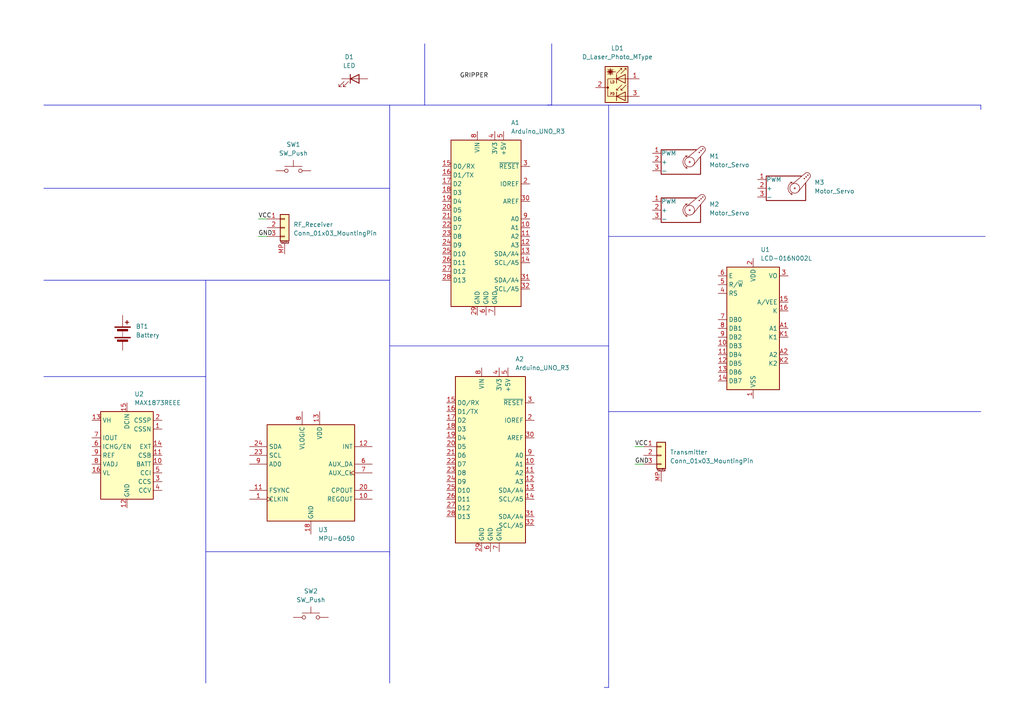
<source format=kicad_sch>
(kicad_sch
	(version 20250114)
	(generator "eeschema")
	(generator_version "9.0")
	(uuid "f3b52808-7ea2-4824-903f-1812ebee22d7")
	(paper "A4")
	(lib_symbols
		(symbol "Battery_Management:MAX1873REEE"
			(exclude_from_sim no)
			(in_bom yes)
			(on_board yes)
			(property "Reference" "U"
				(at -6.096 13.97 0)
				(effects
					(font
						(size 1.27 1.27)
					)
				)
			)
			(property "Value" "MAX1873REEE"
				(at 2.286 13.97 0)
				(effects
					(font
						(size 1.27 1.27)
					)
					(justify left)
				)
			)
			(property "Footprint" "Package_SO:QSOP-16_3.9x4.9mm_P0.635mm"
				(at 0 -17.78 0)
				(effects
					(font
						(size 1.27 1.27)
					)
					(hide yes)
				)
			)
			(property "Datasheet" "https://datasheets.maximintegrated.com/en/ds/MAX1873.pdf"
				(at 5.08 0 0)
				(effects
					(font
						(size 1.27 1.27)
					)
					(hide yes)
				)
			)
			(property "Description" "Charger for 2 lithium-ion (Li+), 5/6 NickelCadium (NiCD) cells or 5/6 NickelMetalHydride (NiMH), 9 to 28V VDD, -40 to +85 degree Celsius, QSOP-16"
				(at 0 0 0)
				(effects
					(font
						(size 1.27 1.27)
					)
					(hide yes)
				)
			)
			(property "ki_keywords" "li-ion battery charger"
				(at 0 0 0)
				(effects
					(font
						(size 1.27 1.27)
					)
					(hide yes)
				)
			)
			(property "ki_fp_filters" "QSOP*3.9x4.9mm*P0.635mm*"
				(at 0 0 0)
				(effects
					(font
						(size 1.27 1.27)
					)
					(hide yes)
				)
			)
			(symbol "MAX1873REEE_0_1"
				(rectangle
					(start -7.62 12.7)
					(end 7.62 -12.7)
					(stroke
						(width 0.254)
						(type default)
					)
					(fill
						(type background)
					)
				)
			)
			(symbol "MAX1873REEE_1_1"
				(pin input line
					(at -10.16 10.16 0)
					(length 2.54)
					(name "VH"
						(effects
							(font
								(size 1.27 1.27)
							)
						)
					)
					(number "13"
						(effects
							(font
								(size 1.27 1.27)
							)
						)
					)
				)
				(pin output line
					(at -10.16 5.08 0)
					(length 2.54)
					(name "IOUT"
						(effects
							(font
								(size 1.27 1.27)
							)
						)
					)
					(number "7"
						(effects
							(font
								(size 1.27 1.27)
							)
						)
					)
				)
				(pin input line
					(at -10.16 2.54 0)
					(length 2.54)
					(name "ICHG/EN"
						(effects
							(font
								(size 1.27 1.27)
							)
						)
					)
					(number "6"
						(effects
							(font
								(size 1.27 1.27)
							)
						)
					)
				)
				(pin output line
					(at -10.16 0 0)
					(length 2.54)
					(name "REF"
						(effects
							(font
								(size 1.27 1.27)
							)
						)
					)
					(number "9"
						(effects
							(font
								(size 1.27 1.27)
							)
						)
					)
				)
				(pin input line
					(at -10.16 -2.54 0)
					(length 2.54)
					(name "VADJ"
						(effects
							(font
								(size 1.27 1.27)
							)
						)
					)
					(number "8"
						(effects
							(font
								(size 1.27 1.27)
							)
						)
					)
				)
				(pin input line
					(at -10.16 -5.08 0)
					(length 2.54)
					(name "VL"
						(effects
							(font
								(size 1.27 1.27)
							)
						)
					)
					(number "16"
						(effects
							(font
								(size 1.27 1.27)
							)
						)
					)
				)
				(pin power_in line
					(at 0 15.24 270)
					(length 2.54)
					(name "DCIN"
						(effects
							(font
								(size 1.27 1.27)
							)
						)
					)
					(number "15"
						(effects
							(font
								(size 1.27 1.27)
							)
						)
					)
				)
				(pin power_in line
					(at 0 -15.24 90)
					(length 2.54)
					(name "GND"
						(effects
							(font
								(size 1.27 1.27)
							)
						)
					)
					(number "12"
						(effects
							(font
								(size 1.27 1.27)
							)
						)
					)
				)
				(pin input line
					(at 10.16 10.16 180)
					(length 2.54)
					(name "CSSP"
						(effects
							(font
								(size 1.27 1.27)
							)
						)
					)
					(number "2"
						(effects
							(font
								(size 1.27 1.27)
							)
						)
					)
				)
				(pin input line
					(at 10.16 7.62 180)
					(length 2.54)
					(name "CSSN"
						(effects
							(font
								(size 1.27 1.27)
							)
						)
					)
					(number "1"
						(effects
							(font
								(size 1.27 1.27)
							)
						)
					)
				)
				(pin output line
					(at 10.16 2.54 180)
					(length 2.54)
					(name "EXT"
						(effects
							(font
								(size 1.27 1.27)
							)
						)
					)
					(number "14"
						(effects
							(font
								(size 1.27 1.27)
							)
						)
					)
				)
				(pin input line
					(at 10.16 0 180)
					(length 2.54)
					(name "CSB"
						(effects
							(font
								(size 1.27 1.27)
							)
						)
					)
					(number "11"
						(effects
							(font
								(size 1.27 1.27)
							)
						)
					)
				)
				(pin input line
					(at 10.16 -2.54 180)
					(length 2.54)
					(name "BATT"
						(effects
							(font
								(size 1.27 1.27)
							)
						)
					)
					(number "10"
						(effects
							(font
								(size 1.27 1.27)
							)
						)
					)
				)
				(pin input line
					(at 10.16 -5.08 180)
					(length 2.54)
					(name "CCI"
						(effects
							(font
								(size 1.27 1.27)
							)
						)
					)
					(number "5"
						(effects
							(font
								(size 1.27 1.27)
							)
						)
					)
				)
				(pin input line
					(at 10.16 -7.62 180)
					(length 2.54)
					(name "CCS"
						(effects
							(font
								(size 1.27 1.27)
							)
						)
					)
					(number "3"
						(effects
							(font
								(size 1.27 1.27)
							)
						)
					)
				)
				(pin input line
					(at 10.16 -10.16 180)
					(length 2.54)
					(name "CCV"
						(effects
							(font
								(size 1.27 1.27)
							)
						)
					)
					(number "4"
						(effects
							(font
								(size 1.27 1.27)
							)
						)
					)
				)
			)
			(embedded_fonts no)
		)
		(symbol "Connector_Generic_MountingPin:Conn_01x03_MountingPin"
			(pin_names
				(offset 1.016)
				(hide yes)
			)
			(exclude_from_sim no)
			(in_bom yes)
			(on_board yes)
			(property "Reference" "J"
				(at 0 5.08 0)
				(effects
					(font
						(size 1.27 1.27)
					)
				)
			)
			(property "Value" "Conn_01x03_MountingPin"
				(at 1.27 -5.08 0)
				(effects
					(font
						(size 1.27 1.27)
					)
					(justify left)
				)
			)
			(property "Footprint" ""
				(at 0 0 0)
				(effects
					(font
						(size 1.27 1.27)
					)
					(hide yes)
				)
			)
			(property "Datasheet" "~"
				(at 0 0 0)
				(effects
					(font
						(size 1.27 1.27)
					)
					(hide yes)
				)
			)
			(property "Description" "Generic connectable mounting pin connector, single row, 01x03, script generated (kicad-library-utils/schlib/autogen/connector/)"
				(at 0 0 0)
				(effects
					(font
						(size 1.27 1.27)
					)
					(hide yes)
				)
			)
			(property "ki_keywords" "connector"
				(at 0 0 0)
				(effects
					(font
						(size 1.27 1.27)
					)
					(hide yes)
				)
			)
			(property "ki_fp_filters" "Connector*:*_1x??-1MP*"
				(at 0 0 0)
				(effects
					(font
						(size 1.27 1.27)
					)
					(hide yes)
				)
			)
			(symbol "Conn_01x03_MountingPin_1_1"
				(rectangle
					(start -1.27 3.81)
					(end 1.27 -3.81)
					(stroke
						(width 0.254)
						(type default)
					)
					(fill
						(type background)
					)
				)
				(rectangle
					(start -1.27 2.667)
					(end 0 2.413)
					(stroke
						(width 0.1524)
						(type default)
					)
					(fill
						(type none)
					)
				)
				(rectangle
					(start -1.27 0.127)
					(end 0 -0.127)
					(stroke
						(width 0.1524)
						(type default)
					)
					(fill
						(type none)
					)
				)
				(rectangle
					(start -1.27 -2.413)
					(end 0 -2.667)
					(stroke
						(width 0.1524)
						(type default)
					)
					(fill
						(type none)
					)
				)
				(polyline
					(pts
						(xy -1.016 -4.572) (xy 1.016 -4.572)
					)
					(stroke
						(width 0.1524)
						(type default)
					)
					(fill
						(type none)
					)
				)
				(text "Mounting"
					(at 0 -4.191 0)
					(effects
						(font
							(size 0.381 0.381)
						)
					)
				)
				(pin passive line
					(at -5.08 2.54 0)
					(length 3.81)
					(name "Pin_1"
						(effects
							(font
								(size 1.27 1.27)
							)
						)
					)
					(number "1"
						(effects
							(font
								(size 1.27 1.27)
							)
						)
					)
				)
				(pin passive line
					(at -5.08 0 0)
					(length 3.81)
					(name "Pin_2"
						(effects
							(font
								(size 1.27 1.27)
							)
						)
					)
					(number "2"
						(effects
							(font
								(size 1.27 1.27)
							)
						)
					)
				)
				(pin passive line
					(at -5.08 -2.54 0)
					(length 3.81)
					(name "Pin_3"
						(effects
							(font
								(size 1.27 1.27)
							)
						)
					)
					(number "3"
						(effects
							(font
								(size 1.27 1.27)
							)
						)
					)
				)
				(pin passive line
					(at 0 -7.62 90)
					(length 3.048)
					(name "MountPin"
						(effects
							(font
								(size 1.27 1.27)
							)
						)
					)
					(number "MP"
						(effects
							(font
								(size 1.27 1.27)
							)
						)
					)
				)
			)
			(embedded_fonts no)
		)
		(symbol "Device:Battery"
			(pin_numbers
				(hide yes)
			)
			(pin_names
				(offset 0)
				(hide yes)
			)
			(exclude_from_sim no)
			(in_bom yes)
			(on_board yes)
			(property "Reference" "BT"
				(at 2.54 2.54 0)
				(effects
					(font
						(size 1.27 1.27)
					)
					(justify left)
				)
			)
			(property "Value" "Battery"
				(at 2.54 0 0)
				(effects
					(font
						(size 1.27 1.27)
					)
					(justify left)
				)
			)
			(property "Footprint" ""
				(at 0 1.524 90)
				(effects
					(font
						(size 1.27 1.27)
					)
					(hide yes)
				)
			)
			(property "Datasheet" "~"
				(at 0 1.524 90)
				(effects
					(font
						(size 1.27 1.27)
					)
					(hide yes)
				)
			)
			(property "Description" "Multiple-cell battery"
				(at 0 0 0)
				(effects
					(font
						(size 1.27 1.27)
					)
					(hide yes)
				)
			)
			(property "ki_keywords" "batt voltage-source cell"
				(at 0 0 0)
				(effects
					(font
						(size 1.27 1.27)
					)
					(hide yes)
				)
			)
			(symbol "Battery_0_1"
				(rectangle
					(start -2.286 1.778)
					(end 2.286 1.524)
					(stroke
						(width 0)
						(type default)
					)
					(fill
						(type outline)
					)
				)
				(rectangle
					(start -2.286 -1.27)
					(end 2.286 -1.524)
					(stroke
						(width 0)
						(type default)
					)
					(fill
						(type outline)
					)
				)
				(rectangle
					(start -1.524 1.016)
					(end 1.524 0.508)
					(stroke
						(width 0)
						(type default)
					)
					(fill
						(type outline)
					)
				)
				(rectangle
					(start -1.524 -2.032)
					(end 1.524 -2.54)
					(stroke
						(width 0)
						(type default)
					)
					(fill
						(type outline)
					)
				)
				(polyline
					(pts
						(xy 0 1.778) (xy 0 2.54)
					)
					(stroke
						(width 0)
						(type default)
					)
					(fill
						(type none)
					)
				)
				(polyline
					(pts
						(xy 0 0) (xy 0 0.254)
					)
					(stroke
						(width 0)
						(type default)
					)
					(fill
						(type none)
					)
				)
				(polyline
					(pts
						(xy 0 -0.508) (xy 0 -0.254)
					)
					(stroke
						(width 0)
						(type default)
					)
					(fill
						(type none)
					)
				)
				(polyline
					(pts
						(xy 0 -1.016) (xy 0 -0.762)
					)
					(stroke
						(width 0)
						(type default)
					)
					(fill
						(type none)
					)
				)
				(polyline
					(pts
						(xy 0.762 3.048) (xy 1.778 3.048)
					)
					(stroke
						(width 0.254)
						(type default)
					)
					(fill
						(type none)
					)
				)
				(polyline
					(pts
						(xy 1.27 3.556) (xy 1.27 2.54)
					)
					(stroke
						(width 0.254)
						(type default)
					)
					(fill
						(type none)
					)
				)
			)
			(symbol "Battery_1_1"
				(pin passive line
					(at 0 5.08 270)
					(length 2.54)
					(name "+"
						(effects
							(font
								(size 1.27 1.27)
							)
						)
					)
					(number "1"
						(effects
							(font
								(size 1.27 1.27)
							)
						)
					)
				)
				(pin passive line
					(at 0 -5.08 90)
					(length 2.54)
					(name "-"
						(effects
							(font
								(size 1.27 1.27)
							)
						)
					)
					(number "2"
						(effects
							(font
								(size 1.27 1.27)
							)
						)
					)
				)
			)
			(embedded_fonts no)
		)
		(symbol "Device:D_Laser_Photo_MType"
			(pin_names
				(hide yes)
			)
			(exclude_from_sim no)
			(in_bom yes)
			(on_board yes)
			(property "Reference" "LD"
				(at 1.016 7.112 0)
				(effects
					(font
						(size 1.27 1.27)
					)
				)
			)
			(property "Value" "D_Laser_Photo_MType"
				(at 1.016 -5.588 0)
				(effects
					(font
						(size 1.27 1.27)
					)
				)
			)
			(property "Footprint" ""
				(at 1.016 1.905 0)
				(effects
					(font
						(size 1.27 1.27)
					)
					(hide yes)
				)
			)
			(property "Datasheet" "http://www.egismos.disonhu.com/laser/diode-package.htm"
				(at 2.286 -2.54 0)
				(effects
					(font
						(size 1.27 1.27)
					)
					(hide yes)
				)
			)
			(property "Description" "Laser diode with photodiode, common cathode on pin 2"
				(at 0 0 0)
				(effects
					(font
						(size 1.27 1.27)
					)
					(hide yes)
				)
			)
			(property "ki_keywords" "opto laserdiode photodiode"
				(at 0 0 0)
				(effects
					(font
						(size 1.27 1.27)
					)
					(hide yes)
				)
			)
			(property "ki_fp_filters" "*LaserDiode*"
				(at 0 0 0)
				(effects
					(font
						(size 1.27 1.27)
					)
					(hide yes)
				)
			)
			(symbol "D_Laser_Photo_MType_0_1"
				(polyline
					(pts
						(xy -2.54 0) (xy -1.524 0)
					)
					(stroke
						(width 0)
						(type default)
					)
					(fill
						(type none)
					)
				)
				(polyline
					(pts
						(xy -1.524 5.334) (xy 0 3.81)
					)
					(stroke
						(width 0)
						(type default)
					)
					(fill
						(type none)
					)
				)
				(polyline
					(pts
						(xy -1.524 4.826) (xy 0 4.318)
					)
					(stroke
						(width 0)
						(type default)
					)
					(fill
						(type none)
					)
				)
				(polyline
					(pts
						(xy -1.524 4.318) (xy 0 4.826)
					)
					(stroke
						(width 0)
						(type default)
					)
					(fill
						(type none)
					)
				)
				(polyline
					(pts
						(xy -1.524 3.81) (xy 0 5.334)
					)
					(stroke
						(width 0)
						(type default)
					)
					(fill
						(type none)
					)
				)
				(circle
					(center -1.524 0)
					(radius 0.254)
					(stroke
						(width 0)
						(type default)
					)
					(fill
						(type outline)
					)
				)
				(polyline
					(pts
						(xy -1.016 5.334) (xy -0.508 3.81)
					)
					(stroke
						(width 0)
						(type default)
					)
					(fill
						(type none)
					)
				)
				(polyline
					(pts
						(xy -0.762 4.572) (xy -0.762 5.588)
					)
					(stroke
						(width 0)
						(type default)
					)
					(fill
						(type none)
					)
				)
				(polyline
					(pts
						(xy -0.762 4.572) (xy -0.762 3.556)
					)
					(stroke
						(width 0)
						(type default)
					)
					(fill
						(type none)
					)
				)
				(polyline
					(pts
						(xy -0.635 2.032) (xy -0.635 1.27) (xy -0.254 1.27)
					)
					(stroke
						(width 0)
						(type default)
					)
					(fill
						(type none)
					)
				)
				(polyline
					(pts
						(xy -0.635 -1.397) (xy -0.635 -2.159)
					)
					(stroke
						(width 0)
						(type default)
					)
					(fill
						(type none)
					)
				)
				(arc
					(start -0.508 -1.397)
					(mid -0.3298 -1.5875)
					(end -0.508 -1.778)
					(stroke
						(width 0)
						(type default)
					)
					(fill
						(type none)
					)
				)
				(polyline
					(pts
						(xy -0.508 5.334) (xy -1.016 3.81)
					)
					(stroke
						(width 0)
						(type default)
					)
					(fill
						(type none)
					)
				)
				(arc
					(start 0 2.032)
					(mid 0.3794 1.651)
					(end 0 1.27)
					(stroke
						(width 0)
						(type default)
					)
					(fill
						(type none)
					)
				)
				(arc
					(start 0 -1.397)
					(mid 0.3794 -1.778)
					(end 0 -2.159)
					(stroke
						(width 0)
						(type default)
					)
					(fill
						(type none)
					)
				)
				(polyline
					(pts
						(xy 0 2.032) (xy 0 1.27)
					)
					(stroke
						(width 0)
						(type default)
					)
					(fill
						(type none)
					)
				)
				(polyline
					(pts
						(xy 0 -1.397) (xy 0 -2.159)
					)
					(stroke
						(width 0)
						(type default)
					)
					(fill
						(type none)
					)
				)
				(polyline
					(pts
						(xy 0.762 4.572) (xy -1.778 4.572)
					)
					(stroke
						(width 0)
						(type default)
					)
					(fill
						(type none)
					)
				)
				(polyline
					(pts
						(xy 1.016 4.064) (xy 2.54 5.588) (xy 2.54 5.08) (xy 2.54 5.588) (xy 2.032 5.588)
					)
					(stroke
						(width 0)
						(type default)
					)
					(fill
						(type none)
					)
				)
				(polyline
					(pts
						(xy 1.016 3.81) (xy 1.016 1.27)
					)
					(stroke
						(width 0.2032)
						(type default)
					)
					(fill
						(type none)
					)
				)
				(polyline
					(pts
						(xy 1.016 -0.762) (xy 1.524 -0.762)
					)
					(stroke
						(width 0)
						(type default)
					)
					(fill
						(type none)
					)
				)
				(polyline
					(pts
						(xy 1.016 -1.27) (xy 1.016 -3.81)
					)
					(stroke
						(width 0.2032)
						(type default)
					)
					(fill
						(type none)
					)
				)
				(polyline
					(pts
						(xy 2.286 4.064) (xy 3.81 5.588) (xy 3.81 5.08)
					)
					(stroke
						(width 0)
						(type default)
					)
					(fill
						(type none)
					)
				)
				(polyline
					(pts
						(xy 2.54 0.762) (xy 1.016 -0.762) (xy 1.016 -0.254)
					)
					(stroke
						(width 0)
						(type default)
					)
					(fill
						(type none)
					)
				)
				(polyline
					(pts
						(xy 3.556 3.81) (xy 3.556 1.27) (xy 1.016 2.54) (xy 3.556 3.81)
					)
					(stroke
						(width 0.2032)
						(type default)
					)
					(fill
						(type none)
					)
				)
				(polyline
					(pts
						(xy 3.556 -1.27) (xy 3.556 -3.81) (xy 1.016 -2.54) (xy 3.556 -1.27)
					)
					(stroke
						(width 0.2032)
						(type default)
					)
					(fill
						(type none)
					)
				)
				(polyline
					(pts
						(xy 3.81 5.588) (xy 3.302 5.588)
					)
					(stroke
						(width 0)
						(type default)
					)
					(fill
						(type none)
					)
				)
				(polyline
					(pts
						(xy 3.81 0.762) (xy 2.286 -0.762) (xy 2.286 -0.254) (xy 2.286 -0.762) (xy 2.794 -0.762)
					)
					(stroke
						(width 0)
						(type default)
					)
					(fill
						(type none)
					)
				)
				(rectangle
					(start 4.318 6.096)
					(end -2.286 -4.318)
					(stroke
						(width 0.254)
						(type default)
					)
					(fill
						(type background)
					)
				)
				(polyline
					(pts
						(xy 5.08 2.54) (xy -1.524 2.54) (xy -1.524 -2.54) (xy 5.08 -2.54)
					)
					(stroke
						(width 0)
						(type default)
					)
					(fill
						(type none)
					)
				)
			)
			(symbol "D_Laser_Photo_MType_1_1"
				(pin passive line
					(at -5.08 0 0)
					(length 2.54)
					(name "~"
						(effects
							(font
								(size 1.27 1.27)
							)
						)
					)
					(number "2"
						(effects
							(font
								(size 1.27 1.27)
							)
						)
					)
				)
				(pin passive line
					(at 7.62 2.54 180)
					(length 2.54)
					(name "~"
						(effects
							(font
								(size 1.27 1.27)
							)
						)
					)
					(number "1"
						(effects
							(font
								(size 1.27 1.27)
							)
						)
					)
				)
				(pin passive line
					(at 7.62 -2.54 180)
					(length 2.54)
					(name "~"
						(effects
							(font
								(size 1.27 1.27)
							)
						)
					)
					(number "3"
						(effects
							(font
								(size 1.27 1.27)
							)
						)
					)
				)
			)
			(embedded_fonts no)
		)
		(symbol "Device:LED"
			(pin_numbers
				(hide yes)
			)
			(pin_names
				(offset 1.016)
				(hide yes)
			)
			(exclude_from_sim no)
			(in_bom yes)
			(on_board yes)
			(property "Reference" "D"
				(at 0 2.54 0)
				(effects
					(font
						(size 1.27 1.27)
					)
				)
			)
			(property "Value" "LED"
				(at 0 -2.54 0)
				(effects
					(font
						(size 1.27 1.27)
					)
				)
			)
			(property "Footprint" ""
				(at 0 0 0)
				(effects
					(font
						(size 1.27 1.27)
					)
					(hide yes)
				)
			)
			(property "Datasheet" "~"
				(at 0 0 0)
				(effects
					(font
						(size 1.27 1.27)
					)
					(hide yes)
				)
			)
			(property "Description" "Light emitting diode"
				(at 0 0 0)
				(effects
					(font
						(size 1.27 1.27)
					)
					(hide yes)
				)
			)
			(property "Sim.Pins" "1=K 2=A"
				(at 0 0 0)
				(effects
					(font
						(size 1.27 1.27)
					)
					(hide yes)
				)
			)
			(property "ki_keywords" "LED diode"
				(at 0 0 0)
				(effects
					(font
						(size 1.27 1.27)
					)
					(hide yes)
				)
			)
			(property "ki_fp_filters" "LED* LED_SMD:* LED_THT:*"
				(at 0 0 0)
				(effects
					(font
						(size 1.27 1.27)
					)
					(hide yes)
				)
			)
			(symbol "LED_0_1"
				(polyline
					(pts
						(xy -3.048 -0.762) (xy -4.572 -2.286) (xy -3.81 -2.286) (xy -4.572 -2.286) (xy -4.572 -1.524)
					)
					(stroke
						(width 0)
						(type default)
					)
					(fill
						(type none)
					)
				)
				(polyline
					(pts
						(xy -1.778 -0.762) (xy -3.302 -2.286) (xy -2.54 -2.286) (xy -3.302 -2.286) (xy -3.302 -1.524)
					)
					(stroke
						(width 0)
						(type default)
					)
					(fill
						(type none)
					)
				)
				(polyline
					(pts
						(xy -1.27 0) (xy 1.27 0)
					)
					(stroke
						(width 0)
						(type default)
					)
					(fill
						(type none)
					)
				)
				(polyline
					(pts
						(xy -1.27 -1.27) (xy -1.27 1.27)
					)
					(stroke
						(width 0.254)
						(type default)
					)
					(fill
						(type none)
					)
				)
				(polyline
					(pts
						(xy 1.27 -1.27) (xy 1.27 1.27) (xy -1.27 0) (xy 1.27 -1.27)
					)
					(stroke
						(width 0.254)
						(type default)
					)
					(fill
						(type none)
					)
				)
			)
			(symbol "LED_1_1"
				(pin passive line
					(at -3.81 0 0)
					(length 2.54)
					(name "K"
						(effects
							(font
								(size 1.27 1.27)
							)
						)
					)
					(number "1"
						(effects
							(font
								(size 1.27 1.27)
							)
						)
					)
				)
				(pin passive line
					(at 3.81 0 180)
					(length 2.54)
					(name "A"
						(effects
							(font
								(size 1.27 1.27)
							)
						)
					)
					(number "2"
						(effects
							(font
								(size 1.27 1.27)
							)
						)
					)
				)
			)
			(embedded_fonts no)
		)
		(symbol "Display_Character:LCD-016N002L"
			(exclude_from_sim no)
			(in_bom yes)
			(on_board yes)
			(property "Reference" "U"
				(at -6.35 18.796 0)
				(effects
					(font
						(size 1.27 1.27)
					)
				)
			)
			(property "Value" "LCD-016N002L"
				(at 8.636 18.796 0)
				(effects
					(font
						(size 1.27 1.27)
					)
				)
			)
			(property "Footprint" "Display:LCD-016N002L"
				(at 0.508 -23.368 0)
				(effects
					(font
						(size 1.27 1.27)
					)
					(hide yes)
				)
			)
			(property "Datasheet" "http://www.vishay.com/docs/37299/37299.pdf"
				(at 12.7 -7.62 0)
				(effects
					(font
						(size 1.27 1.27)
					)
					(hide yes)
				)
			)
			(property "Description" "LCD 12x2, 8 bit parallel bus, 3V or 5V VDD"
				(at 0 0 0)
				(effects
					(font
						(size 1.27 1.27)
					)
					(hide yes)
				)
			)
			(property "ki_keywords" "display LCD dot-matrix"
				(at 0 0 0)
				(effects
					(font
						(size 1.27 1.27)
					)
					(hide yes)
				)
			)
			(property "ki_fp_filters" "*LCD*016N002L*"
				(at 0 0 0)
				(effects
					(font
						(size 1.27 1.27)
					)
					(hide yes)
				)
			)
			(symbol "LCD-016N002L_1_1"
				(rectangle
					(start -7.62 17.78)
					(end 7.62 -17.78)
					(stroke
						(width 0.254)
						(type default)
					)
					(fill
						(type background)
					)
				)
				(pin input line
					(at -10.16 15.24 0)
					(length 2.54)
					(name "E"
						(effects
							(font
								(size 1.27 1.27)
							)
						)
					)
					(number "6"
						(effects
							(font
								(size 1.27 1.27)
							)
						)
					)
				)
				(pin input line
					(at -10.16 12.7 0)
					(length 2.54)
					(name "R/~{W}"
						(effects
							(font
								(size 1.27 1.27)
							)
						)
					)
					(number "5"
						(effects
							(font
								(size 1.27 1.27)
							)
						)
					)
				)
				(pin input line
					(at -10.16 10.16 0)
					(length 2.54)
					(name "RS"
						(effects
							(font
								(size 1.27 1.27)
							)
						)
					)
					(number "4"
						(effects
							(font
								(size 1.27 1.27)
							)
						)
					)
				)
				(pin bidirectional line
					(at -10.16 2.54 0)
					(length 2.54)
					(name "DB0"
						(effects
							(font
								(size 1.27 1.27)
							)
						)
					)
					(number "7"
						(effects
							(font
								(size 1.27 1.27)
							)
						)
					)
				)
				(pin bidirectional line
					(at -10.16 0 0)
					(length 2.54)
					(name "DB1"
						(effects
							(font
								(size 1.27 1.27)
							)
						)
					)
					(number "8"
						(effects
							(font
								(size 1.27 1.27)
							)
						)
					)
				)
				(pin bidirectional line
					(at -10.16 -2.54 0)
					(length 2.54)
					(name "DB2"
						(effects
							(font
								(size 1.27 1.27)
							)
						)
					)
					(number "9"
						(effects
							(font
								(size 1.27 1.27)
							)
						)
					)
				)
				(pin bidirectional line
					(at -10.16 -5.08 0)
					(length 2.54)
					(name "DB3"
						(effects
							(font
								(size 1.27 1.27)
							)
						)
					)
					(number "10"
						(effects
							(font
								(size 1.27 1.27)
							)
						)
					)
				)
				(pin bidirectional line
					(at -10.16 -7.62 0)
					(length 2.54)
					(name "DB4"
						(effects
							(font
								(size 1.27 1.27)
							)
						)
					)
					(number "11"
						(effects
							(font
								(size 1.27 1.27)
							)
						)
					)
				)
				(pin bidirectional line
					(at -10.16 -10.16 0)
					(length 2.54)
					(name "DB5"
						(effects
							(font
								(size 1.27 1.27)
							)
						)
					)
					(number "12"
						(effects
							(font
								(size 1.27 1.27)
							)
						)
					)
				)
				(pin bidirectional line
					(at -10.16 -12.7 0)
					(length 2.54)
					(name "DB6"
						(effects
							(font
								(size 1.27 1.27)
							)
						)
					)
					(number "13"
						(effects
							(font
								(size 1.27 1.27)
							)
						)
					)
				)
				(pin bidirectional line
					(at -10.16 -15.24 0)
					(length 2.54)
					(name "DB7"
						(effects
							(font
								(size 1.27 1.27)
							)
						)
					)
					(number "14"
						(effects
							(font
								(size 1.27 1.27)
							)
						)
					)
				)
				(pin power_in line
					(at 0 20.32 270)
					(length 2.54)
					(name "VDD"
						(effects
							(font
								(size 1.27 1.27)
							)
						)
					)
					(number "2"
						(effects
							(font
								(size 1.27 1.27)
							)
						)
					)
				)
				(pin power_in line
					(at 0 -20.32 90)
					(length 2.54)
					(name "VSS"
						(effects
							(font
								(size 1.27 1.27)
							)
						)
					)
					(number "1"
						(effects
							(font
								(size 1.27 1.27)
							)
						)
					)
				)
				(pin input line
					(at 10.16 15.24 180)
					(length 2.54)
					(name "VO"
						(effects
							(font
								(size 1.27 1.27)
							)
						)
					)
					(number "3"
						(effects
							(font
								(size 1.27 1.27)
							)
						)
					)
				)
				(pin power_in line
					(at 10.16 7.62 180)
					(length 2.54)
					(name "A/VEE"
						(effects
							(font
								(size 1.27 1.27)
							)
						)
					)
					(number "15"
						(effects
							(font
								(size 1.27 1.27)
							)
						)
					)
				)
				(pin power_in line
					(at 10.16 5.08 180)
					(length 2.54)
					(name "K"
						(effects
							(font
								(size 1.27 1.27)
							)
						)
					)
					(number "16"
						(effects
							(font
								(size 1.27 1.27)
							)
						)
					)
				)
				(pin power_in line
					(at 10.16 0 180)
					(length 2.54)
					(name "A1"
						(effects
							(font
								(size 1.27 1.27)
							)
						)
					)
					(number "A1"
						(effects
							(font
								(size 1.27 1.27)
							)
						)
					)
				)
				(pin power_in line
					(at 10.16 -2.54 180)
					(length 2.54)
					(name "K1"
						(effects
							(font
								(size 1.27 1.27)
							)
						)
					)
					(number "K1"
						(effects
							(font
								(size 1.27 1.27)
							)
						)
					)
				)
				(pin power_in line
					(at 10.16 -7.62 180)
					(length 2.54)
					(name "A2"
						(effects
							(font
								(size 1.27 1.27)
							)
						)
					)
					(number "A2"
						(effects
							(font
								(size 1.27 1.27)
							)
						)
					)
				)
				(pin power_in line
					(at 10.16 -10.16 180)
					(length 2.54)
					(name "K2"
						(effects
							(font
								(size 1.27 1.27)
							)
						)
					)
					(number "K2"
						(effects
							(font
								(size 1.27 1.27)
							)
						)
					)
				)
			)
			(embedded_fonts no)
		)
		(symbol "MCU_Module:Arduino_UNO_R3"
			(exclude_from_sim no)
			(in_bom yes)
			(on_board yes)
			(property "Reference" "A"
				(at -10.16 23.495 0)
				(effects
					(font
						(size 1.27 1.27)
					)
					(justify left bottom)
				)
			)
			(property "Value" "Arduino_UNO_R3"
				(at 5.08 -26.67 0)
				(effects
					(font
						(size 1.27 1.27)
					)
					(justify left top)
				)
			)
			(property "Footprint" "Module:Arduino_UNO_R3"
				(at 0 0 0)
				(effects
					(font
						(size 1.27 1.27)
						(italic yes)
					)
					(hide yes)
				)
			)
			(property "Datasheet" "https://www.arduino.cc/en/Main/arduinoBoardUno"
				(at 0 0 0)
				(effects
					(font
						(size 1.27 1.27)
					)
					(hide yes)
				)
			)
			(property "Description" "Arduino UNO Microcontroller Module, release 3"
				(at 0 0 0)
				(effects
					(font
						(size 1.27 1.27)
					)
					(hide yes)
				)
			)
			(property "ki_keywords" "Arduino UNO R3 Microcontroller Module Atmel AVR USB"
				(at 0 0 0)
				(effects
					(font
						(size 1.27 1.27)
					)
					(hide yes)
				)
			)
			(property "ki_fp_filters" "Arduino*UNO*R3*"
				(at 0 0 0)
				(effects
					(font
						(size 1.27 1.27)
					)
					(hide yes)
				)
			)
			(symbol "Arduino_UNO_R3_0_1"
				(rectangle
					(start -10.16 22.86)
					(end 10.16 -25.4)
					(stroke
						(width 0.254)
						(type default)
					)
					(fill
						(type background)
					)
				)
			)
			(symbol "Arduino_UNO_R3_1_1"
				(pin bidirectional line
					(at -12.7 15.24 0)
					(length 2.54)
					(name "D0/RX"
						(effects
							(font
								(size 1.27 1.27)
							)
						)
					)
					(number "15"
						(effects
							(font
								(size 1.27 1.27)
							)
						)
					)
				)
				(pin bidirectional line
					(at -12.7 12.7 0)
					(length 2.54)
					(name "D1/TX"
						(effects
							(font
								(size 1.27 1.27)
							)
						)
					)
					(number "16"
						(effects
							(font
								(size 1.27 1.27)
							)
						)
					)
				)
				(pin bidirectional line
					(at -12.7 10.16 0)
					(length 2.54)
					(name "D2"
						(effects
							(font
								(size 1.27 1.27)
							)
						)
					)
					(number "17"
						(effects
							(font
								(size 1.27 1.27)
							)
						)
					)
				)
				(pin bidirectional line
					(at -12.7 7.62 0)
					(length 2.54)
					(name "D3"
						(effects
							(font
								(size 1.27 1.27)
							)
						)
					)
					(number "18"
						(effects
							(font
								(size 1.27 1.27)
							)
						)
					)
				)
				(pin bidirectional line
					(at -12.7 5.08 0)
					(length 2.54)
					(name "D4"
						(effects
							(font
								(size 1.27 1.27)
							)
						)
					)
					(number "19"
						(effects
							(font
								(size 1.27 1.27)
							)
						)
					)
				)
				(pin bidirectional line
					(at -12.7 2.54 0)
					(length 2.54)
					(name "D5"
						(effects
							(font
								(size 1.27 1.27)
							)
						)
					)
					(number "20"
						(effects
							(font
								(size 1.27 1.27)
							)
						)
					)
				)
				(pin bidirectional line
					(at -12.7 0 0)
					(length 2.54)
					(name "D6"
						(effects
							(font
								(size 1.27 1.27)
							)
						)
					)
					(number "21"
						(effects
							(font
								(size 1.27 1.27)
							)
						)
					)
				)
				(pin bidirectional line
					(at -12.7 -2.54 0)
					(length 2.54)
					(name "D7"
						(effects
							(font
								(size 1.27 1.27)
							)
						)
					)
					(number "22"
						(effects
							(font
								(size 1.27 1.27)
							)
						)
					)
				)
				(pin bidirectional line
					(at -12.7 -5.08 0)
					(length 2.54)
					(name "D8"
						(effects
							(font
								(size 1.27 1.27)
							)
						)
					)
					(number "23"
						(effects
							(font
								(size 1.27 1.27)
							)
						)
					)
				)
				(pin bidirectional line
					(at -12.7 -7.62 0)
					(length 2.54)
					(name "D9"
						(effects
							(font
								(size 1.27 1.27)
							)
						)
					)
					(number "24"
						(effects
							(font
								(size 1.27 1.27)
							)
						)
					)
				)
				(pin bidirectional line
					(at -12.7 -10.16 0)
					(length 2.54)
					(name "D10"
						(effects
							(font
								(size 1.27 1.27)
							)
						)
					)
					(number "25"
						(effects
							(font
								(size 1.27 1.27)
							)
						)
					)
				)
				(pin bidirectional line
					(at -12.7 -12.7 0)
					(length 2.54)
					(name "D11"
						(effects
							(font
								(size 1.27 1.27)
							)
						)
					)
					(number "26"
						(effects
							(font
								(size 1.27 1.27)
							)
						)
					)
				)
				(pin bidirectional line
					(at -12.7 -15.24 0)
					(length 2.54)
					(name "D12"
						(effects
							(font
								(size 1.27 1.27)
							)
						)
					)
					(number "27"
						(effects
							(font
								(size 1.27 1.27)
							)
						)
					)
				)
				(pin bidirectional line
					(at -12.7 -17.78 0)
					(length 2.54)
					(name "D13"
						(effects
							(font
								(size 1.27 1.27)
							)
						)
					)
					(number "28"
						(effects
							(font
								(size 1.27 1.27)
							)
						)
					)
				)
				(pin no_connect line
					(at -10.16 -20.32 0)
					(length 2.54)
					(hide yes)
					(name "NC"
						(effects
							(font
								(size 1.27 1.27)
							)
						)
					)
					(number "1"
						(effects
							(font
								(size 1.27 1.27)
							)
						)
					)
				)
				(pin power_in line
					(at -2.54 25.4 270)
					(length 2.54)
					(name "VIN"
						(effects
							(font
								(size 1.27 1.27)
							)
						)
					)
					(number "8"
						(effects
							(font
								(size 1.27 1.27)
							)
						)
					)
				)
				(pin power_in line
					(at -2.54 -27.94 90)
					(length 2.54)
					(name "GND"
						(effects
							(font
								(size 1.27 1.27)
							)
						)
					)
					(number "29"
						(effects
							(font
								(size 1.27 1.27)
							)
						)
					)
				)
				(pin power_in line
					(at 0 -27.94 90)
					(length 2.54)
					(name "GND"
						(effects
							(font
								(size 1.27 1.27)
							)
						)
					)
					(number "6"
						(effects
							(font
								(size 1.27 1.27)
							)
						)
					)
				)
				(pin power_out line
					(at 2.54 25.4 270)
					(length 2.54)
					(name "3V3"
						(effects
							(font
								(size 1.27 1.27)
							)
						)
					)
					(number "4"
						(effects
							(font
								(size 1.27 1.27)
							)
						)
					)
				)
				(pin power_in line
					(at 2.54 -27.94 90)
					(length 2.54)
					(name "GND"
						(effects
							(font
								(size 1.27 1.27)
							)
						)
					)
					(number "7"
						(effects
							(font
								(size 1.27 1.27)
							)
						)
					)
				)
				(pin power_out line
					(at 5.08 25.4 270)
					(length 2.54)
					(name "+5V"
						(effects
							(font
								(size 1.27 1.27)
							)
						)
					)
					(number "5"
						(effects
							(font
								(size 1.27 1.27)
							)
						)
					)
				)
				(pin input line
					(at 12.7 15.24 180)
					(length 2.54)
					(name "~{RESET}"
						(effects
							(font
								(size 1.27 1.27)
							)
						)
					)
					(number "3"
						(effects
							(font
								(size 1.27 1.27)
							)
						)
					)
				)
				(pin output line
					(at 12.7 10.16 180)
					(length 2.54)
					(name "IOREF"
						(effects
							(font
								(size 1.27 1.27)
							)
						)
					)
					(number "2"
						(effects
							(font
								(size 1.27 1.27)
							)
						)
					)
				)
				(pin input line
					(at 12.7 5.08 180)
					(length 2.54)
					(name "AREF"
						(effects
							(font
								(size 1.27 1.27)
							)
						)
					)
					(number "30"
						(effects
							(font
								(size 1.27 1.27)
							)
						)
					)
				)
				(pin bidirectional line
					(at 12.7 0 180)
					(length 2.54)
					(name "A0"
						(effects
							(font
								(size 1.27 1.27)
							)
						)
					)
					(number "9"
						(effects
							(font
								(size 1.27 1.27)
							)
						)
					)
				)
				(pin bidirectional line
					(at 12.7 -2.54 180)
					(length 2.54)
					(name "A1"
						(effects
							(font
								(size 1.27 1.27)
							)
						)
					)
					(number "10"
						(effects
							(font
								(size 1.27 1.27)
							)
						)
					)
				)
				(pin bidirectional line
					(at 12.7 -5.08 180)
					(length 2.54)
					(name "A2"
						(effects
							(font
								(size 1.27 1.27)
							)
						)
					)
					(number "11"
						(effects
							(font
								(size 1.27 1.27)
							)
						)
					)
				)
				(pin bidirectional line
					(at 12.7 -7.62 180)
					(length 2.54)
					(name "A3"
						(effects
							(font
								(size 1.27 1.27)
							)
						)
					)
					(number "12"
						(effects
							(font
								(size 1.27 1.27)
							)
						)
					)
				)
				(pin bidirectional line
					(at 12.7 -10.16 180)
					(length 2.54)
					(name "SDA/A4"
						(effects
							(font
								(size 1.27 1.27)
							)
						)
					)
					(number "13"
						(effects
							(font
								(size 1.27 1.27)
							)
						)
					)
				)
				(pin bidirectional line
					(at 12.7 -12.7 180)
					(length 2.54)
					(name "SCL/A5"
						(effects
							(font
								(size 1.27 1.27)
							)
						)
					)
					(number "14"
						(effects
							(font
								(size 1.27 1.27)
							)
						)
					)
				)
				(pin bidirectional line
					(at 12.7 -17.78 180)
					(length 2.54)
					(name "SDA/A4"
						(effects
							(font
								(size 1.27 1.27)
							)
						)
					)
					(number "31"
						(effects
							(font
								(size 1.27 1.27)
							)
						)
					)
				)
				(pin bidirectional line
					(at 12.7 -20.32 180)
					(length 2.54)
					(name "SCL/A5"
						(effects
							(font
								(size 1.27 1.27)
							)
						)
					)
					(number "32"
						(effects
							(font
								(size 1.27 1.27)
							)
						)
					)
				)
			)
			(embedded_fonts no)
		)
		(symbol "Motor:Motor_Servo"
			(pin_names
				(offset 0.0254)
			)
			(exclude_from_sim no)
			(in_bom yes)
			(on_board yes)
			(property "Reference" "M"
				(at -5.08 4.445 0)
				(effects
					(font
						(size 1.27 1.27)
					)
					(justify left)
				)
			)
			(property "Value" "Motor_Servo"
				(at -5.08 -4.064 0)
				(effects
					(font
						(size 1.27 1.27)
					)
					(justify left top)
				)
			)
			(property "Footprint" ""
				(at 0 -4.826 0)
				(effects
					(font
						(size 1.27 1.27)
					)
					(hide yes)
				)
			)
			(property "Datasheet" "http://forums.parallax.com/uploads/attachments/46831/74481.png"
				(at 0 -4.826 0)
				(effects
					(font
						(size 1.27 1.27)
					)
					(hide yes)
				)
			)
			(property "Description" "Servo Motor (Futaba, HiTec, JR connector)"
				(at 0 0 0)
				(effects
					(font
						(size 1.27 1.27)
					)
					(hide yes)
				)
			)
			(property "ki_keywords" "Servo Motor"
				(at 0 0 0)
				(effects
					(font
						(size 1.27 1.27)
					)
					(hide yes)
				)
			)
			(property "ki_fp_filters" "PinHeader*P2.54mm*"
				(at 0 0 0)
				(effects
					(font
						(size 1.27 1.27)
					)
					(hide yes)
				)
			)
			(symbol "Motor_Servo_0_1"
				(polyline
					(pts
						(xy 2.413 1.778) (xy 1.905 1.778)
					)
					(stroke
						(width 0)
						(type default)
					)
					(fill
						(type none)
					)
				)
				(polyline
					(pts
						(xy 2.413 1.778) (xy 2.286 1.397)
					)
					(stroke
						(width 0)
						(type default)
					)
					(fill
						(type none)
					)
				)
				(polyline
					(pts
						(xy 2.413 -1.778) (xy 2.032 -1.778)
					)
					(stroke
						(width 0)
						(type default)
					)
					(fill
						(type none)
					)
				)
				(polyline
					(pts
						(xy 2.413 -1.778) (xy 2.286 -1.397)
					)
					(stroke
						(width 0)
						(type default)
					)
					(fill
						(type none)
					)
				)
				(arc
					(start 2.413 -1.778)
					(mid 1.2406 0)
					(end 2.413 1.778)
					(stroke
						(width 0)
						(type default)
					)
					(fill
						(type none)
					)
				)
				(circle
					(center 3.175 0)
					(radius 0.1778)
					(stroke
						(width 0)
						(type default)
					)
					(fill
						(type none)
					)
				)
				(circle
					(center 3.175 0)
					(radius 1.4224)
					(stroke
						(width 0)
						(type default)
					)
					(fill
						(type none)
					)
				)
				(polyline
					(pts
						(xy 5.08 3.556) (xy -5.08 3.556) (xy -5.08 -3.556) (xy 6.35 -3.556) (xy 6.35 1.524)
					)
					(stroke
						(width 0.254)
						(type default)
					)
					(fill
						(type none)
					)
				)
				(circle
					(center 5.969 2.794)
					(radius 0.127)
					(stroke
						(width 0)
						(type default)
					)
					(fill
						(type none)
					)
				)
				(polyline
					(pts
						(xy 6.35 4.445) (xy 2.54 1.27)
					)
					(stroke
						(width 0)
						(type default)
					)
					(fill
						(type none)
					)
				)
				(circle
					(center 6.477 3.302)
					(radius 0.127)
					(stroke
						(width 0)
						(type default)
					)
					(fill
						(type none)
					)
				)
				(arc
					(start 6.35 4.445)
					(mid 7.4487 4.2737)
					(end 7.62 3.175)
					(stroke
						(width 0)
						(type default)
					)
					(fill
						(type none)
					)
				)
				(circle
					(center 6.985 3.81)
					(radius 0.127)
					(stroke
						(width 0)
						(type default)
					)
					(fill
						(type none)
					)
				)
				(polyline
					(pts
						(xy 7.62 3.175) (xy 4.191 -1.016)
					)
					(stroke
						(width 0)
						(type default)
					)
					(fill
						(type none)
					)
				)
			)
			(symbol "Motor_Servo_1_1"
				(pin passive line
					(at -7.62 2.54 0)
					(length 2.54)
					(name "PWM"
						(effects
							(font
								(size 1.27 1.27)
							)
						)
					)
					(number "1"
						(effects
							(font
								(size 1.27 1.27)
							)
						)
					)
				)
				(pin passive line
					(at -7.62 0 0)
					(length 2.54)
					(name "+"
						(effects
							(font
								(size 1.27 1.27)
							)
						)
					)
					(number "2"
						(effects
							(font
								(size 1.27 1.27)
							)
						)
					)
				)
				(pin passive line
					(at -7.62 -2.54 0)
					(length 2.54)
					(name "-"
						(effects
							(font
								(size 1.27 1.27)
							)
						)
					)
					(number "3"
						(effects
							(font
								(size 1.27 1.27)
							)
						)
					)
				)
			)
			(embedded_fonts no)
		)
		(symbol "Sensor_Motion:MPU-6050"
			(exclude_from_sim no)
			(in_bom yes)
			(on_board yes)
			(property "Reference" "U"
				(at -11.43 13.97 0)
				(effects
					(font
						(size 1.27 1.27)
					)
				)
			)
			(property "Value" "MPU-6050"
				(at 7.62 -15.24 0)
				(effects
					(font
						(size 1.27 1.27)
					)
				)
			)
			(property "Footprint" "Sensor_Motion:InvenSense_QFN-24_4x4mm_P0.5mm"
				(at 0 -20.32 0)
				(effects
					(font
						(size 1.27 1.27)
					)
					(hide yes)
				)
			)
			(property "Datasheet" "https://invensense.tdk.com/wp-content/uploads/2015/02/MPU-6000-Datasheet1.pdf"
				(at 0 -3.81 0)
				(effects
					(font
						(size 1.27 1.27)
					)
					(hide yes)
				)
			)
			(property "Description" "InvenSense 6-Axis Motion Sensor, Gyroscope, Accelerometer, I2C"
				(at 0 0 0)
				(effects
					(font
						(size 1.27 1.27)
					)
					(hide yes)
				)
			)
			(property "ki_keywords" "mems"
				(at 0 0 0)
				(effects
					(font
						(size 1.27 1.27)
					)
					(hide yes)
				)
			)
			(property "ki_fp_filters" "*QFN*4x4mm*P0.5mm*"
				(at 0 0 0)
				(effects
					(font
						(size 1.27 1.27)
					)
					(hide yes)
				)
			)
			(symbol "MPU-6050_0_1"
				(rectangle
					(start -12.7 13.97)
					(end 12.7 -13.97)
					(stroke
						(width 0.254)
						(type default)
					)
					(fill
						(type background)
					)
				)
			)
			(symbol "MPU-6050_1_1"
				(pin bidirectional line
					(at -17.78 7.62 0)
					(length 5.08)
					(name "SDA"
						(effects
							(font
								(size 1.27 1.27)
							)
						)
					)
					(number "24"
						(effects
							(font
								(size 1.27 1.27)
							)
						)
					)
				)
				(pin input line
					(at -17.78 5.08 0)
					(length 5.08)
					(name "SCL"
						(effects
							(font
								(size 1.27 1.27)
							)
						)
					)
					(number "23"
						(effects
							(font
								(size 1.27 1.27)
							)
						)
					)
				)
				(pin input line
					(at -17.78 2.54 0)
					(length 5.08)
					(name "AD0"
						(effects
							(font
								(size 1.27 1.27)
							)
						)
					)
					(number "9"
						(effects
							(font
								(size 1.27 1.27)
							)
						)
					)
				)
				(pin input line
					(at -17.78 -5.08 0)
					(length 5.08)
					(name "FSYNC"
						(effects
							(font
								(size 1.27 1.27)
							)
						)
					)
					(number "11"
						(effects
							(font
								(size 1.27 1.27)
							)
						)
					)
				)
				(pin input clock
					(at -17.78 -7.62 0)
					(length 5.08)
					(name "CLKIN"
						(effects
							(font
								(size 1.27 1.27)
							)
						)
					)
					(number "1"
						(effects
							(font
								(size 1.27 1.27)
							)
						)
					)
				)
				(pin no_connect line
					(at -12.7 12.7 0)
					(length 2.54)
					(hide yes)
					(name "NC"
						(effects
							(font
								(size 1.27 1.27)
							)
						)
					)
					(number "2"
						(effects
							(font
								(size 1.27 1.27)
							)
						)
					)
				)
				(pin no_connect line
					(at -12.7 10.16 0)
					(length 2.54)
					(hide yes)
					(name "NC"
						(effects
							(font
								(size 1.27 1.27)
							)
						)
					)
					(number "3"
						(effects
							(font
								(size 1.27 1.27)
							)
						)
					)
				)
				(pin no_connect line
					(at -12.7 0 0)
					(length 2.54)
					(hide yes)
					(name "NC"
						(effects
							(font
								(size 1.27 1.27)
							)
						)
					)
					(number "4"
						(effects
							(font
								(size 1.27 1.27)
							)
						)
					)
				)
				(pin no_connect line
					(at -12.7 -2.54 0)
					(length 2.54)
					(hide yes)
					(name "NC"
						(effects
							(font
								(size 1.27 1.27)
							)
						)
					)
					(number "5"
						(effects
							(font
								(size 1.27 1.27)
							)
						)
					)
				)
				(pin no_connect line
					(at -12.7 -10.16 0)
					(length 2.54)
					(hide yes)
					(name "NC"
						(effects
							(font
								(size 1.27 1.27)
							)
						)
					)
					(number "14"
						(effects
							(font
								(size 1.27 1.27)
							)
						)
					)
				)
				(pin power_in line
					(at -2.54 17.78 270)
					(length 3.81)
					(name "VLOGIC"
						(effects
							(font
								(size 1.27 1.27)
							)
						)
					)
					(number "8"
						(effects
							(font
								(size 1.27 1.27)
							)
						)
					)
				)
				(pin power_in line
					(at 0 -17.78 90)
					(length 3.81)
					(name "GND"
						(effects
							(font
								(size 1.27 1.27)
							)
						)
					)
					(number "18"
						(effects
							(font
								(size 1.27 1.27)
							)
						)
					)
				)
				(pin power_in line
					(at 2.54 17.78 270)
					(length 3.81)
					(name "VDD"
						(effects
							(font
								(size 1.27 1.27)
							)
						)
					)
					(number "13"
						(effects
							(font
								(size 1.27 1.27)
							)
						)
					)
				)
				(pin no_connect line
					(at 12.7 12.7 180)
					(length 2.54)
					(hide yes)
					(name "NC"
						(effects
							(font
								(size 1.27 1.27)
							)
						)
					)
					(number "15"
						(effects
							(font
								(size 1.27 1.27)
							)
						)
					)
				)
				(pin no_connect line
					(at 12.7 10.16 180)
					(length 2.54)
					(hide yes)
					(name "NC"
						(effects
							(font
								(size 1.27 1.27)
							)
						)
					)
					(number "16"
						(effects
							(font
								(size 1.27 1.27)
							)
						)
					)
				)
				(pin no_connect line
					(at 12.7 5.08 180)
					(length 2.54)
					(hide yes)
					(name "NC"
						(effects
							(font
								(size 1.27 1.27)
							)
						)
					)
					(number "17"
						(effects
							(font
								(size 1.27 1.27)
							)
						)
					)
				)
				(pin no_connect line
					(at 12.7 -2.54 180)
					(length 2.54)
					(hide yes)
					(name "RESV"
						(effects
							(font
								(size 1.27 1.27)
							)
						)
					)
					(number "21"
						(effects
							(font
								(size 1.27 1.27)
							)
						)
					)
				)
				(pin no_connect line
					(at 12.7 -10.16 180)
					(length 2.54)
					(hide yes)
					(name "RESV"
						(effects
							(font
								(size 1.27 1.27)
							)
						)
					)
					(number "19"
						(effects
							(font
								(size 1.27 1.27)
							)
						)
					)
				)
				(pin no_connect line
					(at 12.7 -12.7 180)
					(length 2.54)
					(hide yes)
					(name "RESV"
						(effects
							(font
								(size 1.27 1.27)
							)
						)
					)
					(number "22"
						(effects
							(font
								(size 1.27 1.27)
							)
						)
					)
				)
				(pin output line
					(at 17.78 7.62 180)
					(length 5.08)
					(name "INT"
						(effects
							(font
								(size 1.27 1.27)
							)
						)
					)
					(number "12"
						(effects
							(font
								(size 1.27 1.27)
							)
						)
					)
				)
				(pin bidirectional line
					(at 17.78 2.54 180)
					(length 5.08)
					(name "AUX_DA"
						(effects
							(font
								(size 1.27 1.27)
							)
						)
					)
					(number "6"
						(effects
							(font
								(size 1.27 1.27)
							)
						)
					)
				)
				(pin output clock
					(at 17.78 0 180)
					(length 5.08)
					(name "AUX_CL"
						(effects
							(font
								(size 1.27 1.27)
							)
						)
					)
					(number "7"
						(effects
							(font
								(size 1.27 1.27)
							)
						)
					)
				)
				(pin passive line
					(at 17.78 -5.08 180)
					(length 5.08)
					(name "CPOUT"
						(effects
							(font
								(size 1.27 1.27)
							)
						)
					)
					(number "20"
						(effects
							(font
								(size 1.27 1.27)
							)
						)
					)
				)
				(pin passive line
					(at 17.78 -7.62 180)
					(length 5.08)
					(name "REGOUT"
						(effects
							(font
								(size 1.27 1.27)
							)
						)
					)
					(number "10"
						(effects
							(font
								(size 1.27 1.27)
							)
						)
					)
				)
			)
			(embedded_fonts no)
		)
		(symbol "Switch:SW_Push"
			(pin_numbers
				(hide yes)
			)
			(pin_names
				(offset 1.016)
				(hide yes)
			)
			(exclude_from_sim no)
			(in_bom yes)
			(on_board yes)
			(property "Reference" "SW"
				(at 1.27 2.54 0)
				(effects
					(font
						(size 1.27 1.27)
					)
					(justify left)
				)
			)
			(property "Value" "SW_Push"
				(at 0 -1.524 0)
				(effects
					(font
						(size 1.27 1.27)
					)
				)
			)
			(property "Footprint" ""
				(at 0 5.08 0)
				(effects
					(font
						(size 1.27 1.27)
					)
					(hide yes)
				)
			)
			(property "Datasheet" "~"
				(at 0 5.08 0)
				(effects
					(font
						(size 1.27 1.27)
					)
					(hide yes)
				)
			)
			(property "Description" "Push button switch, generic, two pins"
				(at 0 0 0)
				(effects
					(font
						(size 1.27 1.27)
					)
					(hide yes)
				)
			)
			(property "ki_keywords" "switch normally-open pushbutton push-button"
				(at 0 0 0)
				(effects
					(font
						(size 1.27 1.27)
					)
					(hide yes)
				)
			)
			(symbol "SW_Push_0_1"
				(circle
					(center -2.032 0)
					(radius 0.508)
					(stroke
						(width 0)
						(type default)
					)
					(fill
						(type none)
					)
				)
				(polyline
					(pts
						(xy 0 1.27) (xy 0 3.048)
					)
					(stroke
						(width 0)
						(type default)
					)
					(fill
						(type none)
					)
				)
				(circle
					(center 2.032 0)
					(radius 0.508)
					(stroke
						(width 0)
						(type default)
					)
					(fill
						(type none)
					)
				)
				(polyline
					(pts
						(xy 2.54 1.27) (xy -2.54 1.27)
					)
					(stroke
						(width 0)
						(type default)
					)
					(fill
						(type none)
					)
				)
				(pin passive line
					(at -5.08 0 0)
					(length 2.54)
					(name "1"
						(effects
							(font
								(size 1.27 1.27)
							)
						)
					)
					(number "1"
						(effects
							(font
								(size 1.27 1.27)
							)
						)
					)
				)
				(pin passive line
					(at 5.08 0 180)
					(length 2.54)
					(name "2"
						(effects
							(font
								(size 1.27 1.27)
							)
						)
					)
					(number "2"
						(effects
							(font
								(size 1.27 1.27)
							)
						)
					)
				)
			)
			(embedded_fonts no)
		)
	)
	(polyline
		(pts
			(xy 12.7 81.28) (xy 113.03 81.28)
		)
		(stroke
			(width 0)
			(type default)
		)
		(uuid "06b35f80-e348-472f-afe3-5e274f748e53")
	)
	(polyline
		(pts
			(xy 176.53 30.48) (xy 176.53 196.85)
		)
		(stroke
			(width 0)
			(type default)
		)
		(uuid "0aa4321a-0e16-48fd-a5aa-09aaaa0020b8")
	)
	(polyline
		(pts
			(xy 59.69 160.02) (xy 113.03 160.02)
		)
		(stroke
			(width 0)
			(type default)
		)
		(uuid "128dd307-d9f6-4e7f-82c8-ff02ba6bf9a3")
	)
	(polyline
		(pts
			(xy 176.53 119.38) (xy 284.48 119.38)
		)
		(stroke
			(width 0)
			(type default)
		)
		(uuid "156004b6-3207-46a2-9570-04fa06ce3cc6")
	)
	(polyline
		(pts
			(xy 175.26 199.39) (xy 176.53 199.39)
		)
		(stroke
			(width 0)
			(type default)
		)
		(uuid "1b127453-7d4c-4e51-8217-06740a954b53")
	)
	(wire
		(pts
			(xy 74.93 63.5) (xy 77.47 63.5)
		)
		(stroke
			(width 0)
			(type default)
		)
		(uuid "203fbccf-3865-480f-b297-fcc58bb6f77b")
	)
	(polyline
		(pts
			(xy 113.03 30.48) (xy 113.03 81.28)
		)
		(stroke
			(width 0)
			(type default)
		)
		(uuid "22353b6f-f4fd-4c35-9678-e940a442f395")
	)
	(polyline
		(pts
			(xy 113.03 160.02) (xy 113.03 161.29)
		)
		(stroke
			(width 0)
			(type default)
		)
		(uuid "294a3146-cd47-41a6-80d7-c94eae3cead4")
	)
	(polyline
		(pts
			(xy 160.02 30.48) (xy 158.75 30.48)
		)
		(stroke
			(width 0)
			(type default)
		)
		(uuid "3e4811ab-b17b-4672-ba6e-88c3d9afbb45")
	)
	(wire
		(pts
			(xy 184.15 129.54) (xy 186.69 129.54)
		)
		(stroke
			(width 0)
			(type default)
		)
		(uuid "440f9e12-4224-479c-9590-b055258f6673")
	)
	(wire
		(pts
			(xy 184.15 134.62) (xy 186.69 134.62)
		)
		(stroke
			(width 0)
			(type default)
		)
		(uuid "555e98e4-c9d4-4bed-b92d-64b39ba75553")
	)
	(polyline
		(pts
			(xy 59.69 81.28) (xy 59.69 198.12)
		)
		(stroke
			(width 0)
			(type default)
		)
		(uuid "5a6c4700-56d8-4032-9fc4-bb2a82984cee")
	)
	(polyline
		(pts
			(xy 123.19 12.7) (xy 123.19 30.48)
		)
		(stroke
			(width 0)
			(type default)
		)
		(uuid "722d7ae8-8a7e-410f-9330-d71b5649c8cc")
	)
	(polyline
		(pts
			(xy 176.53 68.58) (xy 285.75 68.58)
		)
		(stroke
			(width 0)
			(type default)
		)
		(uuid "74e9e3d0-2d7d-45ef-bca6-7fa929184c0e")
	)
	(polyline
		(pts
			(xy 160.02 12.7) (xy 160.02 30.48)
		)
		(stroke
			(width 0)
			(type default)
		)
		(uuid "909733f5-09fd-4905-9c56-bef10732f6d2")
	)
	(polyline
		(pts
			(xy 176.53 196.85) (xy 176.53 199.39)
		)
		(stroke
			(width 0)
			(type default)
		)
		(uuid "956be539-545f-4d84-9b9a-3bda7cfa5316")
	)
	(polyline
		(pts
			(xy 113.03 81.28) (xy 113.03 198.12)
		)
		(stroke
			(width 0)
			(type default)
		)
		(uuid "9cfc4a6b-11ab-4621-9bbd-cacf30e0fb30")
	)
	(polyline
		(pts
			(xy 12.7 109.22) (xy 59.69 109.22)
		)
		(stroke
			(width 0)
			(type default)
		)
		(uuid "ac93bf20-2e31-45dd-a491-06b22f64bf4f")
	)
	(polyline
		(pts
			(xy 284.48 30.48) (xy 284.48 31.75)
		)
		(stroke
			(width 0)
			(type default)
		)
		(uuid "b4f9e509-66b1-4b13-ad03-726c9a015ee0")
	)
	(wire
		(pts
			(xy 74.93 68.58) (xy 77.47 68.58)
		)
		(stroke
			(width 0)
			(type default)
		)
		(uuid "c651737e-c885-4ef7-82f7-a73e1de3b77c")
	)
	(polyline
		(pts
			(xy 12.7 54.61) (xy 113.03 54.61)
		)
		(stroke
			(width 0)
			(type default)
		)
		(uuid "c9a3ba26-b2b0-4018-940a-cd759e961a1b")
	)
	(polyline
		(pts
			(xy 12.7 30.48) (xy 284.48 30.48)
		)
		(stroke
			(width 0)
			(type default)
		)
		(uuid "cdd924a3-fa92-4add-b894-9bee28d68e8a")
	)
	(polyline
		(pts
			(xy 113.03 100.33) (xy 176.53 100.33)
		)
		(stroke
			(width 0)
			(type default)
		)
		(uuid "f691ab99-eb11-48cb-acf5-cd9d9075bb27")
	)
	(label "GND"
		(at 184.15 134.62 0)
		(effects
			(font
				(size 1.27 1.27)
			)
			(justify left bottom)
		)
		(uuid "06a439ec-e60b-4e52-85e8-a1125ae18db8")
	)
	(label "VCC"
		(at 74.93 63.5 0)
		(effects
			(font
				(size 1.27 1.27)
			)
			(justify left bottom)
		)
		(uuid "40dcfd72-8a4c-478a-90e9-5256513c6847")
	)
	(label "VCC"
		(at 184.15 129.54 0)
		(effects
			(font
				(size 1.27 1.27)
			)
			(justify left bottom)
		)
		(uuid "51836a33-d74c-4247-b26a-1ff17394cdac")
	)
	(label "GND"
		(at 74.93 68.58 0)
		(effects
			(font
				(size 1.27 1.27)
			)
			(justify left bottom)
		)
		(uuid "b5de80e2-cd29-404f-9bed-a39b1b253fd0")
	)
	(label "GRIPPER"
		(at 133.35 22.86 0)
		(effects
			(font
				(size 1.27 1.27)
			)
			(justify left bottom)
		)
		(uuid "d3744001-ec6d-4c32-8ee0-64351ef5c216")
	)
	(symbol
		(lib_id "Battery_Management:MAX1873REEE")
		(at 36.83 132.08 0)
		(unit 1)
		(exclude_from_sim no)
		(in_bom yes)
		(on_board yes)
		(dnp no)
		(fields_autoplaced yes)
		(uuid "0172cb29-720a-4af6-a925-dbfa19145094")
		(property "Reference" "U2"
			(at 38.9733 114.3 0)
			(effects
				(font
					(size 1.27 1.27)
				)
				(justify left)
			)
		)
		(property "Value" "MAX1873REEE"
			(at 38.9733 116.84 0)
			(effects
				(font
					(size 1.27 1.27)
				)
				(justify left)
			)
		)
		(property "Footprint" "Package_SO:QSOP-16_3.9x4.9mm_P0.635mm"
			(at 36.83 149.86 0)
			(effects
				(font
					(size 1.27 1.27)
				)
				(hide yes)
			)
		)
		(property "Datasheet" "https://datasheets.maximintegrated.com/en/ds/MAX1873.pdf"
			(at 41.91 132.08 0)
			(effects
				(font
					(size 1.27 1.27)
				)
				(hide yes)
			)
		)
		(property "Description" "Charger for 2 lithium-ion (Li+), 5/6 NickelCadium (NiCD) cells or 5/6 NickelMetalHydride (NiMH), 9 to 28V VDD, -40 to +85 degree Celsius, QSOP-16"
			(at 36.83 132.08 0)
			(effects
				(font
					(size 1.27 1.27)
				)
				(hide yes)
			)
		)
		(pin "8"
			(uuid "c1b79428-98f4-444d-bfa2-06e045e54d1b")
		)
		(pin "16"
			(uuid "9a49205a-e7eb-4224-90f9-7f2650ab8f1c")
		)
		(pin "9"
			(uuid "2aa96735-071b-4d6b-82e7-99eba0815be0")
		)
		(pin "15"
			(uuid "f758f067-375f-4756-a961-49808f2c1f08")
		)
		(pin "2"
			(uuid "05d6197e-65d9-4d2b-8e65-94a40e093523")
		)
		(pin "1"
			(uuid "3e07ffa4-d091-4115-8f34-510bca5a724e")
		)
		(pin "12"
			(uuid "5c5781d9-3bcd-4783-8fdc-54db2d738f77")
		)
		(pin "14"
			(uuid "dc224983-c664-425d-9410-835048c40b03")
		)
		(pin "11"
			(uuid "55650327-854d-4298-9d35-6b67a5416528")
		)
		(pin "13"
			(uuid "8f96a83d-d205-417e-a722-34bb44bd20b6")
		)
		(pin "6"
			(uuid "618db4d2-601d-4da5-9b00-902c10167550")
		)
		(pin "7"
			(uuid "1c2b93a5-8533-4235-91d9-fa4526bb0cb5")
		)
		(pin "4"
			(uuid "27ac4dbf-49bd-4fef-b963-c59520264165")
		)
		(pin "10"
			(uuid "f65e3cef-a1b9-4d86-b3c2-c5987bb47fa9")
		)
		(pin "3"
			(uuid "acfb68e1-ba8d-45de-98f1-d1eabed2451c")
		)
		(pin "5"
			(uuid "b00b6fc0-0289-4961-980d-1741d32bfb1d")
		)
		(instances
			(project ""
				(path "/f3b52808-7ea2-4824-903f-1812ebee22d7"
					(reference "U2")
					(unit 1)
				)
			)
		)
	)
	(symbol
		(lib_id "Connector_Generic_MountingPin:Conn_01x03_MountingPin")
		(at 191.77 132.08 0)
		(unit 1)
		(exclude_from_sim no)
		(in_bom yes)
		(on_board yes)
		(dnp no)
		(fields_autoplaced yes)
		(uuid "0fb347d0-59ae-40e0-a0a0-144508798b12")
		(property "Reference" "Transmitter"
			(at 194.31 131.1655 0)
			(effects
				(font
					(size 1.27 1.27)
				)
				(justify left)
			)
		)
		(property "Value" "Conn_01x03_MountingPin"
			(at 194.31 133.7055 0)
			(effects
				(font
					(size 1.27 1.27)
				)
				(justify left)
			)
		)
		(property "Footprint" ""
			(at 191.77 132.08 0)
			(effects
				(font
					(size 1.27 1.27)
				)
				(hide yes)
			)
		)
		(property "Datasheet" "~"
			(at 191.77 132.08 0)
			(effects
				(font
					(size 1.27 1.27)
				)
				(hide yes)
			)
		)
		(property "Description" "Generic connectable mounting pin connector, single row, 01x03, script generated (kicad-library-utils/schlib/autogen/connector/)"
			(at 191.77 132.08 0)
			(effects
				(font
					(size 1.27 1.27)
				)
				(hide yes)
			)
		)
		(pin "1"
			(uuid "94eab405-c097-4ced-9314-371fb45e501d")
		)
		(pin "3"
			(uuid "0e043a27-b5e0-4d91-b97d-4eb7b0a0aa33")
		)
		(pin "2"
			(uuid "9e0ba8e3-4246-4cd7-9370-b455ad2967e0")
		)
		(pin "MP"
			(uuid "b0891f05-144e-42f5-9a3f-d783e5900e68")
		)
		(instances
			(project "Block Diagram"
				(path "/f3b52808-7ea2-4824-903f-1812ebee22d7"
					(reference "Transmitter")
					(unit 1)
				)
			)
		)
	)
	(symbol
		(lib_id "Switch:SW_Push")
		(at 90.17 179.07 0)
		(unit 1)
		(exclude_from_sim no)
		(in_bom yes)
		(on_board yes)
		(dnp no)
		(fields_autoplaced yes)
		(uuid "161c5508-32b8-4924-a60c-119a7e33176d")
		(property "Reference" "SW2"
			(at 90.17 171.45 0)
			(effects
				(font
					(size 1.27 1.27)
				)
			)
		)
		(property "Value" "SW_Push"
			(at 90.17 173.99 0)
			(effects
				(font
					(size 1.27 1.27)
				)
			)
		)
		(property "Footprint" ""
			(at 90.17 173.99 0)
			(effects
				(font
					(size 1.27 1.27)
				)
				(hide yes)
			)
		)
		(property "Datasheet" "~"
			(at 90.17 173.99 0)
			(effects
				(font
					(size 1.27 1.27)
				)
				(hide yes)
			)
		)
		(property "Description" "Push button switch, generic, two pins"
			(at 90.17 179.07 0)
			(effects
				(font
					(size 1.27 1.27)
				)
				(hide yes)
			)
		)
		(pin "1"
			(uuid "0aa85d0a-6335-434c-8808-019aad38d1fe")
		)
		(pin "2"
			(uuid "fdaa0c5f-1c64-431c-a4e7-db3c1c93489a")
		)
		(instances
			(project "Block Diagram"
				(path "/f3b52808-7ea2-4824-903f-1812ebee22d7"
					(reference "SW2")
					(unit 1)
				)
			)
		)
	)
	(symbol
		(lib_id "Display_Character:LCD-016N002L")
		(at 218.44 95.25 0)
		(unit 1)
		(exclude_from_sim no)
		(in_bom yes)
		(on_board yes)
		(dnp no)
		(fields_autoplaced yes)
		(uuid "17ec930d-3812-4a49-b15d-7b693fad79cf")
		(property "Reference" "U1"
			(at 220.5833 72.39 0)
			(effects
				(font
					(size 1.27 1.27)
				)
				(justify left)
			)
		)
		(property "Value" "LCD-016N002L"
			(at 220.5833 74.93 0)
			(effects
				(font
					(size 1.27 1.27)
				)
				(justify left)
			)
		)
		(property "Footprint" "Display:LCD-016N002L"
			(at 218.948 118.618 0)
			(effects
				(font
					(size 1.27 1.27)
				)
				(hide yes)
			)
		)
		(property "Datasheet" "http://www.vishay.com/docs/37299/37299.pdf"
			(at 231.14 102.87 0)
			(effects
				(font
					(size 1.27 1.27)
				)
				(hide yes)
			)
		)
		(property "Description" "LCD 12x2, 8 bit parallel bus, 3V or 5V VDD"
			(at 218.44 95.25 0)
			(effects
				(font
					(size 1.27 1.27)
				)
				(hide yes)
			)
		)
		(pin "1"
			(uuid "9504f7d0-91d1-46cd-a17c-36e2865ca829")
		)
		(pin "8"
			(uuid "0ea1119c-6fad-4438-adaf-11a915896649")
		)
		(pin "7"
			(uuid "ce1c385b-14cb-4150-949c-1168aedd09fe")
		)
		(pin "9"
			(uuid "b402f29b-0afe-4ea4-a11f-7165bb29609f")
		)
		(pin "6"
			(uuid "ee0f807a-b7eb-43a3-b623-41f9a4661119")
		)
		(pin "11"
			(uuid "5a8379de-47ab-4ab3-8bbe-7c30be52d9b6")
		)
		(pin "13"
			(uuid "3054c993-d999-481f-a344-83b7d316c1e9")
		)
		(pin "5"
			(uuid "a0816bf3-514a-4709-bea0-8e1af3f81c95")
		)
		(pin "10"
			(uuid "c76c7bed-4feb-4d71-b648-30b3275a6d73")
		)
		(pin "4"
			(uuid "2d96046b-1c7b-4692-b638-02d3cec575f5")
		)
		(pin "14"
			(uuid "52d8342c-5d81-4163-b141-e169525017b6")
		)
		(pin "12"
			(uuid "25cf3dc9-7b31-4ba1-accd-143bc6163ec5")
		)
		(pin "2"
			(uuid "d83ac0d2-85aa-426b-b040-063c511db6e0")
		)
		(pin "A1"
			(uuid "98cc4bb1-22e8-4423-91fb-64c1315d3b24")
		)
		(pin "3"
			(uuid "704f4f9f-84ff-4c31-abe0-cac49d850798")
		)
		(pin "15"
			(uuid "d42fd953-7b8e-4c3d-993d-7baa91714d7c")
		)
		(pin "A2"
			(uuid "22fcdfd7-3b8c-44f7-a527-56981c66127b")
		)
		(pin "K1"
			(uuid "fdbbfe89-5808-44e7-a66d-47085387246c")
		)
		(pin "16"
			(uuid "7045cb84-e865-4a0f-9a5a-164041921f80")
		)
		(pin "K2"
			(uuid "85c817be-2232-4b9c-97e4-9a1846a41255")
		)
		(instances
			(project ""
				(path "/f3b52808-7ea2-4824-903f-1812ebee22d7"
					(reference "U1")
					(unit 1)
				)
			)
		)
	)
	(symbol
		(lib_id "Motor:Motor_Servo")
		(at 227.33 54.61 0)
		(unit 1)
		(exclude_from_sim no)
		(in_bom yes)
		(on_board yes)
		(dnp no)
		(fields_autoplaced yes)
		(uuid "1b9beb6e-8efe-4132-af20-ba7019648f4e")
		(property "Reference" "M3"
			(at 236.22 52.9068 0)
			(effects
				(font
					(size 1.27 1.27)
				)
				(justify left)
			)
		)
		(property "Value" "Motor_Servo"
			(at 236.22 55.4468 0)
			(effects
				(font
					(size 1.27 1.27)
				)
				(justify left)
			)
		)
		(property "Footprint" ""
			(at 227.33 59.436 0)
			(effects
				(font
					(size 1.27 1.27)
				)
				(hide yes)
			)
		)
		(property "Datasheet" "http://forums.parallax.com/uploads/attachments/46831/74481.png"
			(at 227.33 59.436 0)
			(effects
				(font
					(size 1.27 1.27)
				)
				(hide yes)
			)
		)
		(property "Description" "Servo Motor (Futaba, HiTec, JR connector)"
			(at 227.33 54.61 0)
			(effects
				(font
					(size 1.27 1.27)
				)
				(hide yes)
			)
		)
		(pin "2"
			(uuid "6f6a93d4-2ba3-4389-aa17-85dc4956647b")
		)
		(pin "1"
			(uuid "175e43a4-531c-4e2c-aaa7-77cc2afd751a")
		)
		(pin "3"
			(uuid "6ba88b91-c603-4b59-a388-c408e95e73af")
		)
		(instances
			(project "Block Diagram"
				(path "/f3b52808-7ea2-4824-903f-1812ebee22d7"
					(reference "M3")
					(unit 1)
				)
			)
		)
	)
	(symbol
		(lib_id "Sensor_Motion:MPU-6050")
		(at 90.17 137.16 0)
		(unit 1)
		(exclude_from_sim no)
		(in_bom yes)
		(on_board yes)
		(dnp no)
		(fields_autoplaced yes)
		(uuid "2f5e533d-729a-4a4d-9cdb-1fdd386da54e")
		(property "Reference" "U3"
			(at 92.3133 153.67 0)
			(effects
				(font
					(size 1.27 1.27)
				)
				(justify left)
			)
		)
		(property "Value" "MPU-6050"
			(at 92.3133 156.21 0)
			(effects
				(font
					(size 1.27 1.27)
				)
				(justify left)
			)
		)
		(property "Footprint" "Sensor_Motion:InvenSense_QFN-24_4x4mm_P0.5mm"
			(at 90.17 157.48 0)
			(effects
				(font
					(size 1.27 1.27)
				)
				(hide yes)
			)
		)
		(property "Datasheet" "https://invensense.tdk.com/wp-content/uploads/2015/02/MPU-6000-Datasheet1.pdf"
			(at 90.17 140.97 0)
			(effects
				(font
					(size 1.27 1.27)
				)
				(hide yes)
			)
		)
		(property "Description" "InvenSense 6-Axis Motion Sensor, Gyroscope, Accelerometer, I2C"
			(at 90.17 137.16 0)
			(effects
				(font
					(size 1.27 1.27)
				)
				(hide yes)
			)
		)
		(pin "12"
			(uuid "dbe43954-2fd1-45bd-9ca9-295f6e66fb0f")
		)
		(pin "7"
			(uuid "702f92bf-2d4b-4b61-88f5-ba658b908106")
		)
		(pin "20"
			(uuid "28b344dc-9831-4cab-ab38-5fdadd35cb06")
		)
		(pin "19"
			(uuid "5a533e99-2a2a-44e5-a760-dfd7b9776caf")
		)
		(pin "22"
			(uuid "df0abc0c-55aa-487c-859c-38681d05d4d3")
		)
		(pin "6"
			(uuid "1a80f8c2-fd45-4cdd-898a-ac952416fd7b")
		)
		(pin "10"
			(uuid "6085f6c8-b869-4990-b429-32b4257b5ea9")
		)
		(pin "18"
			(uuid "813c254b-2cab-4780-9238-7398601039c6")
		)
		(pin "8"
			(uuid "fd7c477c-b47a-4e57-90c5-ce6664f56aa1")
		)
		(pin "15"
			(uuid "5bb1a991-aa1d-4bc1-9af1-4bd4202f052b")
		)
		(pin "1"
			(uuid "51742f1e-d9a0-4c29-9f4d-e476d1bb2286")
		)
		(pin "16"
			(uuid "9eace428-4821-4d3b-a2e9-f89f20ec80da")
		)
		(pin "5"
			(uuid "b7b8bac2-9b09-4d6c-8d83-6f78a4248542")
		)
		(pin "17"
			(uuid "ba8ffb67-615a-46cf-b091-1577b74d4a06")
		)
		(pin "21"
			(uuid "fffbb826-60b1-4be0-aa0b-3d28208cf4aa")
		)
		(pin "14"
			(uuid "901b3976-3cdf-4dab-89fc-d05ebcb681b0")
		)
		(pin "24"
			(uuid "4c6abd9d-a39b-440d-8ff1-f21c0a511e65")
		)
		(pin "23"
			(uuid "30132647-0005-46e9-8fe4-e74d14ea5829")
		)
		(pin "9"
			(uuid "4aa064de-b19b-4ac6-80e6-4c15350ee789")
		)
		(pin "2"
			(uuid "79a780f7-8950-4a94-9b55-b990ff56b832")
		)
		(pin "3"
			(uuid "ef3196af-6f6b-41e8-aeda-9c75a60a79c4")
		)
		(pin "11"
			(uuid "a83c32ed-7896-4d8f-a58e-a1c87f657af2")
		)
		(pin "4"
			(uuid "c1dc07fa-0b00-435c-93bb-1ff504cb6185")
		)
		(pin "13"
			(uuid "7c70ffea-fc0b-4cca-86ae-af84e5e7fed5")
		)
		(instances
			(project ""
				(path "/f3b52808-7ea2-4824-903f-1812ebee22d7"
					(reference "U3")
					(unit 1)
				)
			)
		)
	)
	(symbol
		(lib_id "Device:D_Laser_Photo_MType")
		(at 177.8 25.4 0)
		(unit 1)
		(exclude_from_sim no)
		(in_bom yes)
		(on_board yes)
		(dnp no)
		(fields_autoplaced yes)
		(uuid "32bd51f8-28b5-40fb-9fbb-55bdd8e21429")
		(property "Reference" "LD1"
			(at 179.07 13.97 0)
			(effects
				(font
					(size 1.27 1.27)
				)
			)
		)
		(property "Value" "D_Laser_Photo_MType"
			(at 179.07 16.51 0)
			(effects
				(font
					(size 1.27 1.27)
				)
			)
		)
		(property "Footprint" ""
			(at 178.816 23.495 0)
			(effects
				(font
					(size 1.27 1.27)
				)
				(hide yes)
			)
		)
		(property "Datasheet" "http://www.egismos.disonhu.com/laser/diode-package.htm"
			(at 180.086 27.94 0)
			(effects
				(font
					(size 1.27 1.27)
				)
				(hide yes)
			)
		)
		(property "Description" "Laser diode with photodiode, common cathode on pin 2"
			(at 177.8 25.4 0)
			(effects
				(font
					(size 1.27 1.27)
				)
				(hide yes)
			)
		)
		(pin "1"
			(uuid "e737b8e6-a25a-4422-be46-1ef412b69f9c")
		)
		(pin "3"
			(uuid "b66c6cb3-e220-4869-9088-f4dab4eb4a6e")
		)
		(pin "2"
			(uuid "52dad15d-893c-4977-a600-8f0779969bc2")
		)
		(instances
			(project ""
				(path "/f3b52808-7ea2-4824-903f-1812ebee22d7"
					(reference "LD1")
					(unit 1)
				)
			)
		)
	)
	(symbol
		(lib_id "Motor:Motor_Servo")
		(at 196.85 60.96 0)
		(unit 1)
		(exclude_from_sim no)
		(in_bom yes)
		(on_board yes)
		(dnp no)
		(fields_autoplaced yes)
		(uuid "7e0375fa-48e9-4fdd-8170-755ff2eb648a")
		(property "Reference" "M2"
			(at 205.74 59.2568 0)
			(effects
				(font
					(size 1.27 1.27)
				)
				(justify left)
			)
		)
		(property "Value" "Motor_Servo"
			(at 205.74 61.7968 0)
			(effects
				(font
					(size 1.27 1.27)
				)
				(justify left)
			)
		)
		(property "Footprint" ""
			(at 196.85 65.786 0)
			(effects
				(font
					(size 1.27 1.27)
				)
				(hide yes)
			)
		)
		(property "Datasheet" "http://forums.parallax.com/uploads/attachments/46831/74481.png"
			(at 196.85 65.786 0)
			(effects
				(font
					(size 1.27 1.27)
				)
				(hide yes)
			)
		)
		(property "Description" "Servo Motor (Futaba, HiTec, JR connector)"
			(at 196.85 60.96 0)
			(effects
				(font
					(size 1.27 1.27)
				)
				(hide yes)
			)
		)
		(pin "2"
			(uuid "5bc10ad3-33ef-414c-8461-f39216812f83")
		)
		(pin "1"
			(uuid "3a8fdd1e-ecdd-4aa7-9787-b43c8c9a1cd1")
		)
		(pin "3"
			(uuid "a0ae4b84-d8dd-4cd7-9753-67481f8467c0")
		)
		(instances
			(project "Block Diagram"
				(path "/f3b52808-7ea2-4824-903f-1812ebee22d7"
					(reference "M2")
					(unit 1)
				)
			)
		)
	)
	(symbol
		(lib_id "Motor:Motor_Servo")
		(at 196.85 46.99 0)
		(unit 1)
		(exclude_from_sim no)
		(in_bom yes)
		(on_board yes)
		(dnp no)
		(fields_autoplaced yes)
		(uuid "886530c8-c0ed-4a01-adad-53345c265315")
		(property "Reference" "M1"
			(at 205.74 45.2868 0)
			(effects
				(font
					(size 1.27 1.27)
				)
				(justify left)
			)
		)
		(property "Value" "Motor_Servo"
			(at 205.74 47.8268 0)
			(effects
				(font
					(size 1.27 1.27)
				)
				(justify left)
			)
		)
		(property "Footprint" ""
			(at 196.85 51.816 0)
			(effects
				(font
					(size 1.27 1.27)
				)
				(hide yes)
			)
		)
		(property "Datasheet" "http://forums.parallax.com/uploads/attachments/46831/74481.png"
			(at 196.85 51.816 0)
			(effects
				(font
					(size 1.27 1.27)
				)
				(hide yes)
			)
		)
		(property "Description" "Servo Motor (Futaba, HiTec, JR connector)"
			(at 196.85 46.99 0)
			(effects
				(font
					(size 1.27 1.27)
				)
				(hide yes)
			)
		)
		(pin "2"
			(uuid "b5c4d58b-2a40-4a5b-a856-b0fc590eb0b3")
		)
		(pin "1"
			(uuid "02181fb9-486c-4ff1-8443-b0f4feb9eac3")
		)
		(pin "3"
			(uuid "56660979-0ac7-4241-95db-36f3ef8e8770")
		)
		(instances
			(project ""
				(path "/f3b52808-7ea2-4824-903f-1812ebee22d7"
					(reference "M1")
					(unit 1)
				)
			)
		)
	)
	(symbol
		(lib_id "MCU_Module:Arduino_UNO_R3")
		(at 142.24 132.08 0)
		(unit 1)
		(exclude_from_sim no)
		(in_bom yes)
		(on_board yes)
		(dnp no)
		(fields_autoplaced yes)
		(uuid "903b03bd-c421-499e-993f-85e0f635d7c1")
		(property "Reference" "A2"
			(at 149.4633 104.14 0)
			(effects
				(font
					(size 1.27 1.27)
				)
				(justify left)
			)
		)
		(property "Value" "Arduino_UNO_R3"
			(at 149.4633 106.68 0)
			(effects
				(font
					(size 1.27 1.27)
				)
				(justify left)
			)
		)
		(property "Footprint" "Module:Arduino_UNO_R3"
			(at 142.24 132.08 0)
			(effects
				(font
					(size 1.27 1.27)
					(italic yes)
				)
				(hide yes)
			)
		)
		(property "Datasheet" "https://www.arduino.cc/en/Main/arduinoBoardUno"
			(at 142.24 132.08 0)
			(effects
				(font
					(size 1.27 1.27)
				)
				(hide yes)
			)
		)
		(property "Description" "Arduino UNO Microcontroller Module, release 3"
			(at 142.24 132.08 0)
			(effects
				(font
					(size 1.27 1.27)
				)
				(hide yes)
			)
		)
		(pin "15"
			(uuid "03aa3f45-c6f3-4349-9519-facc28cdd4df")
		)
		(pin "19"
			(uuid "ec6c355e-a002-459d-a5df-ef382b9b8f06")
		)
		(pin "16"
			(uuid "af395562-a203-4575-90af-8181ac7074a8")
		)
		(pin "17"
			(uuid "bb302c4a-036b-4b12-896c-001309292f88")
		)
		(pin "18"
			(uuid "c2458a0c-dc95-48e2-a79e-d5aa91faa1d1")
		)
		(pin "20"
			(uuid "664de93a-a2db-44f6-a916-a75382d8772b")
		)
		(pin "25"
			(uuid "b116b369-20da-4dc2-94f7-3bfef7c9d2dd")
		)
		(pin "4"
			(uuid "9faf018f-4f33-421c-a84f-56eeffff4d49")
		)
		(pin "10"
			(uuid "2582cb57-f3e6-45d1-8474-4203bc299d0a")
		)
		(pin "13"
			(uuid "5eba1e25-5620-4d72-ae9f-3f009174165e")
		)
		(pin "11"
			(uuid "79e47d42-cee6-4ee6-9de5-6b6365cac909")
		)
		(pin "32"
			(uuid "785517f3-626b-4316-96a5-7062c220a0c3")
		)
		(pin "24"
			(uuid "d9df48e6-973b-4d40-af21-8736bea457f8")
		)
		(pin "21"
			(uuid "1993701c-154f-4e5f-9c4f-2f80913a2fc2")
		)
		(pin "23"
			(uuid "bd80c3cb-9e48-412e-b63d-a373a59c670a")
		)
		(pin "8"
			(uuid "38b41220-5d52-4e86-a7fb-9cf1aa3857a8")
		)
		(pin "26"
			(uuid "e1660bb9-f43e-4abe-b7ae-f80aea653b29")
		)
		(pin "29"
			(uuid "cf67e5f0-a00d-479a-b822-4ab67de781aa")
		)
		(pin "7"
			(uuid "77916eed-856c-4086-9cd4-35987b5dcef3")
		)
		(pin "5"
			(uuid "0359666c-e393-4b96-804d-ce7fc58fba33")
		)
		(pin "22"
			(uuid "fa872d90-93ce-4726-8b6f-e75456b614bc")
		)
		(pin "28"
			(uuid "0b10cc29-d0a1-4a3c-8658-39eba181f1a9")
		)
		(pin "6"
			(uuid "5f296b93-e9dc-4647-bf45-752b2ed1d323")
		)
		(pin "3"
			(uuid "c9d431f2-4600-438e-852b-84504935c69b")
		)
		(pin "2"
			(uuid "65081b6f-f929-4146-9a67-51023dcc90c5")
		)
		(pin "9"
			(uuid "6169533d-3717-46bd-9778-c2a632ff3714")
		)
		(pin "1"
			(uuid "5e48e296-fdfa-48cf-8b26-64ab2b130a5a")
		)
		(pin "27"
			(uuid "84e76a63-beae-4d96-af3a-c1829cff6185")
		)
		(pin "30"
			(uuid "d00e8be2-4cfd-4197-884e-0c364141da4a")
		)
		(pin "12"
			(uuid "dbf8827a-1d65-4fa2-93b7-240aa05b236d")
		)
		(pin "14"
			(uuid "995f8b2c-c90f-4b84-bc75-ae3271fd0a55")
		)
		(pin "31"
			(uuid "a996edd2-2fbf-4037-b9ef-c0dc74777585")
		)
		(instances
			(project "Block Diagram"
				(path "/f3b52808-7ea2-4824-903f-1812ebee22d7"
					(reference "A2")
					(unit 1)
				)
			)
		)
	)
	(symbol
		(lib_id "Connector_Generic_MountingPin:Conn_01x03_MountingPin")
		(at 82.55 66.04 0)
		(unit 1)
		(exclude_from_sim no)
		(in_bom yes)
		(on_board yes)
		(dnp no)
		(fields_autoplaced yes)
		(uuid "969a8a1d-7181-45ed-a37a-a70ec47b2f13")
		(property "Reference" "RF_Receiver"
			(at 85.09 65.1255 0)
			(effects
				(font
					(size 1.27 1.27)
				)
				(justify left)
			)
		)
		(property "Value" "Conn_01x03_MountingPin"
			(at 85.09 67.6655 0)
			(effects
				(font
					(size 1.27 1.27)
				)
				(justify left)
			)
		)
		(property "Footprint" ""
			(at 82.55 66.04 0)
			(effects
				(font
					(size 1.27 1.27)
				)
				(hide yes)
			)
		)
		(property "Datasheet" "~"
			(at 82.55 66.04 0)
			(effects
				(font
					(size 1.27 1.27)
				)
				(hide yes)
			)
		)
		(property "Description" "Generic connectable mounting pin connector, single row, 01x03, script generated (kicad-library-utils/schlib/autogen/connector/)"
			(at 82.55 66.04 0)
			(effects
				(font
					(size 1.27 1.27)
				)
				(hide yes)
			)
		)
		(pin "1"
			(uuid "a80ffd70-35f6-4f37-ac40-df245e240dfc")
		)
		(pin "3"
			(uuid "8c4f3802-ceed-4943-b9c9-b240166237ad")
		)
		(pin "2"
			(uuid "a64b2fbc-9cda-4280-ac9e-24f5af7438a8")
		)
		(pin "MP"
			(uuid "89398991-6093-4b42-8961-8707d0adcc3b")
		)
		(instances
			(project ""
				(path "/f3b52808-7ea2-4824-903f-1812ebee22d7"
					(reference "RF_Receiver")
					(unit 1)
				)
			)
		)
	)
	(symbol
		(lib_id "MCU_Module:Arduino_UNO_R3")
		(at 140.97 63.5 0)
		(unit 1)
		(exclude_from_sim no)
		(in_bom yes)
		(on_board yes)
		(dnp no)
		(fields_autoplaced yes)
		(uuid "a3798d89-0da6-43fb-a6f0-81ba86cdccc9")
		(property "Reference" "A1"
			(at 148.1933 35.56 0)
			(effects
				(font
					(size 1.27 1.27)
				)
				(justify left)
			)
		)
		(property "Value" "Arduino_UNO_R3"
			(at 148.1933 38.1 0)
			(effects
				(font
					(size 1.27 1.27)
				)
				(justify left)
			)
		)
		(property "Footprint" "Module:Arduino_UNO_R3"
			(at 140.97 63.5 0)
			(effects
				(font
					(size 1.27 1.27)
					(italic yes)
				)
				(hide yes)
			)
		)
		(property "Datasheet" "https://www.arduino.cc/en/Main/arduinoBoardUno"
			(at 140.97 63.5 0)
			(effects
				(font
					(size 1.27 1.27)
				)
				(hide yes)
			)
		)
		(property "Description" "Arduino UNO Microcontroller Module, release 3"
			(at 140.97 63.5 0)
			(effects
				(font
					(size 1.27 1.27)
				)
				(hide yes)
			)
		)
		(pin "15"
			(uuid "98be4432-2499-44f9-9f69-006176cf22cd")
		)
		(pin "19"
			(uuid "a11ce97f-a890-46fc-9b51-74f7b1c485ae")
		)
		(pin "16"
			(uuid "3fbe67e3-fc2c-45c2-8689-3304cc76d90c")
		)
		(pin "17"
			(uuid "74b1dcec-3803-425c-8e50-e6043241721b")
		)
		(pin "18"
			(uuid "2db2f01c-e7e6-404a-ab3b-cf4552cf9cf3")
		)
		(pin "20"
			(uuid "eefaf1ac-3034-4689-98d1-fd734020bed7")
		)
		(pin "25"
			(uuid "245dd11f-c67c-44d7-9e82-6d2f2fe48c0e")
		)
		(pin "4"
			(uuid "f47225a4-13eb-4c73-8ed3-da40c6e8f9e7")
		)
		(pin "10"
			(uuid "68ae8e49-9a6f-450c-a895-f45ae601f342")
		)
		(pin "13"
			(uuid "68141e9b-953a-4fe6-bdd9-dfe4aa3c06fa")
		)
		(pin "11"
			(uuid "7dc27dcd-a088-42b8-9819-2fdb20354319")
		)
		(pin "32"
			(uuid "c2d68e54-05ba-4bfe-8765-f8a22e303efa")
		)
		(pin "24"
			(uuid "d1a92935-7eb1-4e12-a4f2-ce7e0757b565")
		)
		(pin "21"
			(uuid "19d91ed3-c14e-4ffc-8a06-80ec0225a7f4")
		)
		(pin "23"
			(uuid "35dac8e9-1d9b-440d-ba30-ff2e4f80b88a")
		)
		(pin "8"
			(uuid "47663ca1-b91b-4bbe-b15a-c3f146538502")
		)
		(pin "26"
			(uuid "53c9a5e9-c147-40a7-9f49-6a01d45c9c36")
		)
		(pin "29"
			(uuid "9d76bd6c-f0d0-4391-82a3-81ca79304c69")
		)
		(pin "7"
			(uuid "71cab746-3424-40f8-8694-879418d464ca")
		)
		(pin "5"
			(uuid "611f93e6-373e-4dfe-bff7-307fb7afa98d")
		)
		(pin "22"
			(uuid "318d8a9b-eabc-47b5-be46-c0d443d07ecc")
		)
		(pin "28"
			(uuid "8ac42dce-b380-4449-a91d-51d789d399fc")
		)
		(pin "6"
			(uuid "0f1d080f-40cf-4736-a9bf-58c402607961")
		)
		(pin "3"
			(uuid "ac988e2c-d195-4de1-adf5-464dd6b43d0a")
		)
		(pin "2"
			(uuid "d9fe7ab2-9439-4118-a71e-1bf6366ba5b3")
		)
		(pin "9"
			(uuid "9024c0e1-5031-4fbd-a1dc-30000618c28f")
		)
		(pin "1"
			(uuid "7baca95d-2d5b-4753-86c1-830bcfe0c985")
		)
		(pin "27"
			(uuid "58cc70c9-0e8f-4d47-9496-0b314a6c7edc")
		)
		(pin "30"
			(uuid "69c69b5b-7dcc-432c-9501-e260c39770b2")
		)
		(pin "12"
			(uuid "5c2439ab-3c6e-482b-abc7-49622b7ff8ad")
		)
		(pin "14"
			(uuid "ec34d322-76c5-4a94-a700-239a97c7deb9")
		)
		(pin "31"
			(uuid "324baab0-b2c5-481d-8af9-6d9d6b228681")
		)
		(instances
			(project ""
				(path "/f3b52808-7ea2-4824-903f-1812ebee22d7"
					(reference "A1")
					(unit 1)
				)
			)
		)
	)
	(symbol
		(lib_id "Switch:SW_Push")
		(at 85.09 49.53 0)
		(unit 1)
		(exclude_from_sim no)
		(in_bom yes)
		(on_board yes)
		(dnp no)
		(fields_autoplaced yes)
		(uuid "aba0702e-6181-411d-8103-f90f87b7e495")
		(property "Reference" "SW1"
			(at 85.09 41.91 0)
			(effects
				(font
					(size 1.27 1.27)
				)
			)
		)
		(property "Value" "SW_Push"
			(at 85.09 44.45 0)
			(effects
				(font
					(size 1.27 1.27)
				)
			)
		)
		(property "Footprint" ""
			(at 85.09 44.45 0)
			(effects
				(font
					(size 1.27 1.27)
				)
				(hide yes)
			)
		)
		(property "Datasheet" "~"
			(at 85.09 44.45 0)
			(effects
				(font
					(size 1.27 1.27)
				)
				(hide yes)
			)
		)
		(property "Description" "Push button switch, generic, two pins"
			(at 85.09 49.53 0)
			(effects
				(font
					(size 1.27 1.27)
				)
				(hide yes)
			)
		)
		(pin "1"
			(uuid "b42d5938-59bb-44cb-94cd-cab523e8ec33")
		)
		(pin "2"
			(uuid "82987063-c045-42d6-be8e-9f75f8814cd3")
		)
		(instances
			(project ""
				(path "/f3b52808-7ea2-4824-903f-1812ebee22d7"
					(reference "SW1")
					(unit 1)
				)
			)
		)
	)
	(symbol
		(lib_id "Device:Battery")
		(at 35.56 96.52 0)
		(unit 1)
		(exclude_from_sim no)
		(in_bom yes)
		(on_board yes)
		(dnp no)
		(fields_autoplaced yes)
		(uuid "b00b9e76-4311-4a9a-8a91-4923281ac2c2")
		(property "Reference" "BT1"
			(at 39.37 94.6784 0)
			(effects
				(font
					(size 1.27 1.27)
				)
				(justify left)
			)
		)
		(property "Value" "Battery"
			(at 39.37 97.2184 0)
			(effects
				(font
					(size 1.27 1.27)
				)
				(justify left)
			)
		)
		(property "Footprint" ""
			(at 35.56 94.996 90)
			(effects
				(font
					(size 1.27 1.27)
				)
				(hide yes)
			)
		)
		(property "Datasheet" "~"
			(at 35.56 94.996 90)
			(effects
				(font
					(size 1.27 1.27)
				)
				(hide yes)
			)
		)
		(property "Description" "Multiple-cell battery"
			(at 35.56 96.52 0)
			(effects
				(font
					(size 1.27 1.27)
				)
				(hide yes)
			)
		)
		(pin "2"
			(uuid "554bdf56-ed1f-43d8-810d-b80dfd2333fa")
		)
		(pin "1"
			(uuid "672dca60-bbde-4019-aa86-786226b62d61")
		)
		(instances
			(project ""
				(path "/f3b52808-7ea2-4824-903f-1812ebee22d7"
					(reference "BT1")
					(unit 1)
				)
			)
		)
	)
	(symbol
		(lib_id "Device:LED")
		(at 102.87 22.86 0)
		(unit 1)
		(exclude_from_sim no)
		(in_bom yes)
		(on_board yes)
		(dnp no)
		(fields_autoplaced yes)
		(uuid "e9620f3f-456e-444e-9a5a-2355a9805ef0")
		(property "Reference" "D1"
			(at 101.2825 16.51 0)
			(effects
				(font
					(size 1.27 1.27)
				)
			)
		)
		(property "Value" "LED"
			(at 101.2825 19.05 0)
			(effects
				(font
					(size 1.27 1.27)
				)
			)
		)
		(property "Footprint" ""
			(at 102.87 22.86 0)
			(effects
				(font
					(size 1.27 1.27)
				)
				(hide yes)
			)
		)
		(property "Datasheet" "~"
			(at 102.87 22.86 0)
			(effects
				(font
					(size 1.27 1.27)
				)
				(hide yes)
			)
		)
		(property "Description" "Light emitting diode"
			(at 102.87 22.86 0)
			(effects
				(font
					(size 1.27 1.27)
				)
				(hide yes)
			)
		)
		(property "Sim.Pins" "1=K 2=A"
			(at 102.87 22.86 0)
			(effects
				(font
					(size 1.27 1.27)
				)
				(hide yes)
			)
		)
		(pin "1"
			(uuid "8b4b78f7-6229-4c2f-adc7-88e20a7677e5")
		)
		(pin "2"
			(uuid "25214067-5b4c-4c51-a936-c5105c2b0ebe")
		)
		(instances
			(project ""
				(path "/f3b52808-7ea2-4824-903f-1812ebee22d7"
					(reference "D1")
					(unit 1)
				)
			)
		)
	)
	(sheet_instances
		(path "/"
			(page "1")
		)
	)
	(embedded_fonts no)
)

</source>
